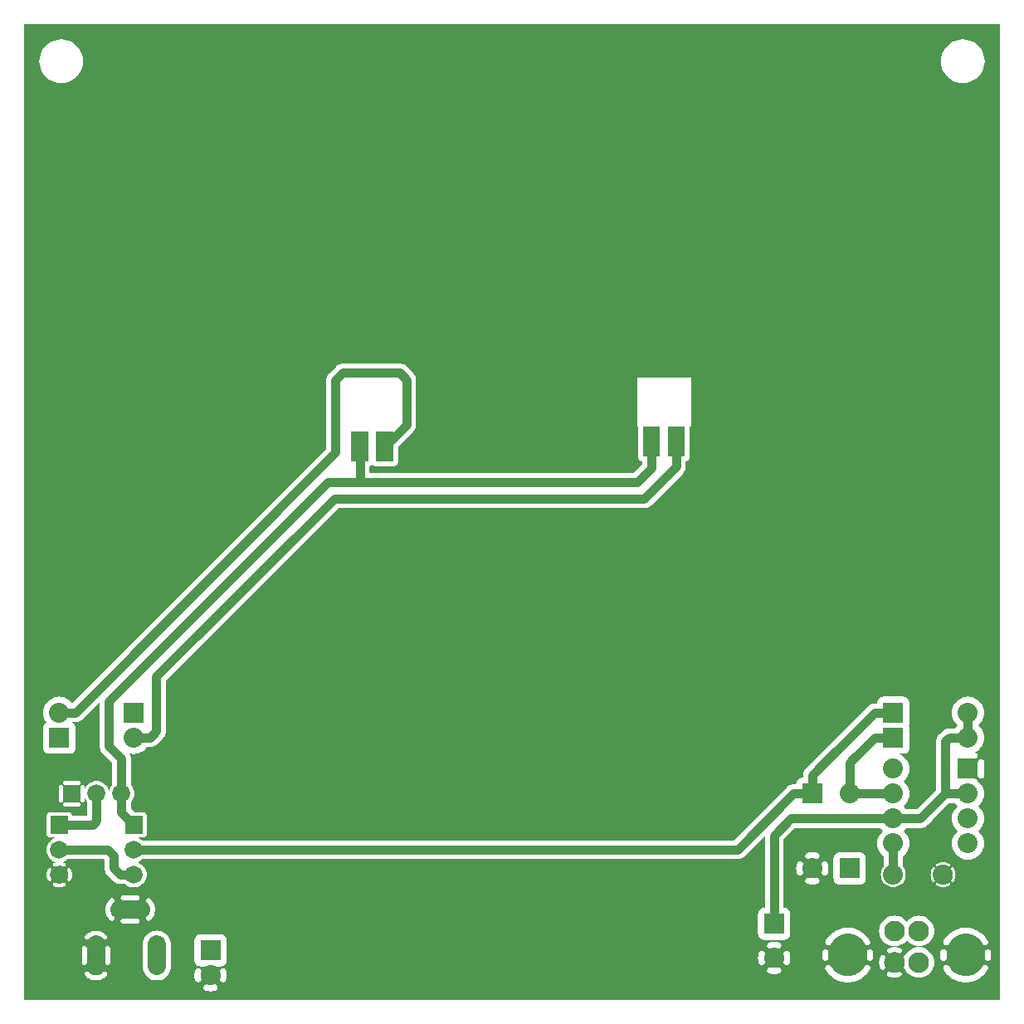
<source format=gbl>
G04 start of page 2 for group 8 layer_idx 1 *
G04 Title: (unknown), bottom_copper *
G04 Creator: pcb-rnd 3.1.5-dev *
G04 CreationDate: 2024-03-24 10:39:21 UTC *
G04 For: STEM4ukraine *
G04 Format: Gerber/RS-274X *
G04 PCB-Dimensions: 393701 393701 *
G04 PCB-Coordinate-Origin: lower left *
%MOIN*%
%FSLAX25Y25*%
%LNBOTTOM_COPPER_NONE_8*%
%ADD34C,0.0374*%
%ADD33C,0.1220*%
%ADD32C,0.1260*%
%ADD31C,0.0420*%
%ADD30C,0.0394*%
%ADD29C,0.0827*%
%ADD28C,0.1535*%
%ADD27C,0.0730*%
%ADD26C,0.0720*%
%ADD25C,0.0800*%
%ADD24C,0.0350*%
%ADD23C,0.0001*%
G54D23*G36*
X374191Y113241D02*X374725Y112368D01*
X375390Y111590D01*
X375846Y111201D01*
X375390Y110811D01*
X374725Y110033D01*
X374675Y109951D01*
X374153D01*
Y113332D01*
X374191Y113241D01*
G37*
G36*
Y70741D02*X374725Y69868D01*
X375390Y69090D01*
X375846Y68701D01*
X375390Y68311D01*
X374725Y67533D01*
X374191Y66661D01*
X374153Y66570D01*
Y70832D01*
X374191Y70741D01*
G37*
G36*
X374675Y79951D02*X374725Y79868D01*
X375390Y79090D01*
X375846Y78701D01*
X375390Y78311D01*
X374725Y77533D01*
X374191Y76661D01*
X374153Y76570D01*
Y79951D01*
X374675D01*
G37*
G36*
X392717Y984D02*X388022D01*
Y13216D01*
X388067Y13311D01*
X388120Y13502D01*
X388144Y13698D01*
X388136Y13896D01*
X388097Y14090D01*
X388029Y14276D01*
X388022Y14289D01*
Y16556D01*
X388218Y16572D01*
X388409Y16618D01*
X388591Y16693D01*
X388759Y16796D01*
X388908Y16923D01*
X389036Y17073D01*
X389139Y17241D01*
X389214Y17423D01*
X389260Y17614D01*
X389272Y17810D01*
Y19985D01*
X389260Y20181D01*
X389214Y20373D01*
X389139Y20554D01*
X389036Y20722D01*
X388908Y20872D01*
X388759Y21000D01*
X388591Y21102D01*
X388409Y21178D01*
X388218Y21224D01*
X388022Y21239D01*
Y23522D01*
X388022Y23523D01*
X388090Y23707D01*
X388128Y23900D01*
X388136Y24097D01*
X388113Y24292D01*
X388060Y24481D01*
X388022Y24560D01*
Y392717D01*
X392717D01*
Y984D01*
G37*
G36*
X387974Y24658D02*X387509Y25428D01*
X386969Y26148D01*
X386368Y26818D01*
X385710Y27432D01*
X385001Y27985D01*
X384245Y28474D01*
X383450Y28894D01*
X382620Y29243D01*
X381763Y29516D01*
X380885Y29714D01*
X379993Y29832D01*
X379094Y29872D01*
X378196Y29832D01*
X377304Y29714D01*
X376426Y29516D01*
X375569Y29243D01*
X374739Y28894D01*
X374153Y28584D01*
Y48439D01*
X374182Y48468D01*
X374228Y48531D01*
X374464Y48937D01*
X374657Y49365D01*
X374808Y49810D01*
X374918Y50267D01*
X374983Y50732D01*
X375006Y51201D01*
X374983Y51670D01*
X374918Y52135D01*
X374808Y52592D01*
X374657Y53036D01*
X374464Y53465D01*
X374232Y53873D01*
X374185Y53937D01*
X374153Y53969D01*
Y60832D01*
X374191Y60741D01*
X374725Y59868D01*
X375390Y59090D01*
X376168Y58426D01*
X377040Y57891D01*
X377985Y57500D01*
X378980Y57261D01*
X380000Y57181D01*
X381020Y57261D01*
X382015Y57500D01*
X382960Y57891D01*
X383832Y58426D01*
X384610Y59090D01*
X385275Y59868D01*
X385809Y60741D01*
X386201Y61686D01*
X386440Y62681D01*
X386500Y63701D01*
X386440Y64721D01*
X386201Y65716D01*
X385809Y66661D01*
X385275Y67533D01*
X384610Y68311D01*
X384154Y68701D01*
X384610Y69090D01*
X385275Y69868D01*
X385809Y70741D01*
X386201Y71686D01*
X386440Y72681D01*
X386500Y73701D01*
X386440Y74721D01*
X386201Y75716D01*
X385809Y76661D01*
X385275Y77533D01*
X384610Y78311D01*
X384154Y78701D01*
X384610Y79090D01*
X385275Y79868D01*
X385809Y80741D01*
X386201Y81686D01*
X386440Y82681D01*
X386500Y83701D01*
X386440Y84721D01*
X386201Y85716D01*
X385809Y86661D01*
X385275Y87533D01*
X384610Y88311D01*
X383915Y88905D01*
X383867Y89020D01*
X383764Y89188D01*
X383637Y89337D01*
X383487Y89465D01*
X383319Y89568D01*
X383137Y89643D01*
X382946Y89689D01*
X382750Y89701D01*
X384000D01*
Y90951D01*
X384012Y90755D01*
X384058Y90563D01*
X384133Y90382D01*
X384236Y90214D01*
X384363Y90064D01*
X384513Y89936D01*
X384681Y89834D01*
X384863Y89758D01*
X385054Y89712D01*
X385250Y89697D01*
X385446Y89712D01*
X385637Y89758D01*
X385819Y89834D01*
X385987Y89936D01*
X386137Y90064D01*
X386264Y90214D01*
X386367Y90382D01*
X386442Y90563D01*
X386488Y90755D01*
X386500Y90951D01*
Y96451D01*
X386488Y96647D01*
X386442Y96838D01*
X386367Y97020D01*
X386264Y97188D01*
X386137Y97337D01*
X385987Y97465D01*
X385819Y97568D01*
X385637Y97643D01*
X385446Y97689D01*
X385250Y97705D01*
X385054Y97689D01*
X384863Y97643D01*
X384681Y97568D01*
X384513Y97465D01*
X384363Y97337D01*
X384236Y97188D01*
X384133Y97020D01*
X384058Y96838D01*
X384012Y96647D01*
X384000Y96451D01*
Y97701D01*
X382750D01*
X382946Y97712D01*
X383137Y97758D01*
X383319Y97834D01*
X383487Y97936D01*
X383637Y98064D01*
X383764Y98214D01*
X383867Y98382D01*
X383942Y98563D01*
X383988Y98755D01*
X384004Y98951D01*
X383988Y99147D01*
X383942Y99338D01*
X383867Y99520D01*
X383764Y99688D01*
X383637Y99837D01*
X383487Y99965D01*
X383319Y100068D01*
X383137Y100143D01*
X382946Y100189D01*
X382750Y100201D01*
X382500D01*
X382960Y100391D01*
X383832Y100926D01*
X384610Y101590D01*
X385275Y102368D01*
X385809Y103241D01*
X386201Y104186D01*
X386440Y105181D01*
X386500Y106201D01*
X386440Y107221D01*
X386201Y108216D01*
X385809Y109161D01*
X385275Y110033D01*
X384610Y110811D01*
X384154Y111201D01*
X384610Y111590D01*
X385275Y112368D01*
X385809Y113241D01*
X386201Y114186D01*
X386440Y115181D01*
X386500Y116201D01*
X386440Y117221D01*
X386201Y118216D01*
X385809Y119161D01*
X385275Y120033D01*
X384610Y120811D01*
X383832Y121476D01*
X382960Y122010D01*
X382015Y122402D01*
X381020Y122641D01*
X380000Y122721D01*
X378980Y122641D01*
X377985Y122402D01*
X377040Y122010D01*
X376168Y121476D01*
X375390Y120811D01*
X374725Y120033D01*
X374191Y119161D01*
X374153Y119070D01*
Y370003D01*
X375225Y369558D01*
X376572Y369235D01*
X377953Y369126D01*
X379334Y369235D01*
X380680Y369558D01*
X381960Y370088D01*
X383141Y370812D01*
X384194Y371712D01*
X385093Y372765D01*
X385817Y373946D01*
X386347Y375225D01*
X386670Y376572D01*
X386752Y377953D01*
X386670Y379334D01*
X386347Y380680D01*
X385817Y381960D01*
X385093Y383141D01*
X384194Y384194D01*
X383141Y385093D01*
X381960Y385817D01*
X380680Y386347D01*
X379334Y386670D01*
X377953Y386779D01*
X376572Y386670D01*
X375225Y386347D01*
X374153Y385903D01*
Y392717D01*
X388022D01*
Y24560D01*
X387974Y24658D01*
G37*
G36*
X387932Y14449D02*X387809Y14604D01*
X387664Y14738D01*
X387500Y14848D01*
X387320Y14931D01*
X387129Y14985D01*
X386933Y15008D01*
X386735Y15001D01*
X386541Y14962D01*
X386355Y14893D01*
X386182Y14797D01*
X386027Y14674D01*
X385893Y14529D01*
X385786Y14362D01*
X385435Y13782D01*
X385029Y13240D01*
X384576Y12735D01*
X384080Y12272D01*
X383546Y11855D01*
X382976Y11487D01*
X382377Y11170D01*
X381752Y10908D01*
X381106Y10701D01*
X380444Y10553D01*
X379772Y10463D01*
X379094Y10433D01*
X378417Y10463D01*
X377745Y10553D01*
X377083Y10701D01*
X376437Y10908D01*
X375812Y11170D01*
X375213Y11487D01*
X374643Y11855D01*
X374153Y12238D01*
Y25557D01*
X374643Y25940D01*
X375213Y26308D01*
X375812Y26625D01*
X376437Y26888D01*
X377083Y27094D01*
X377745Y27243D01*
X378417Y27332D01*
X379094Y27362D01*
X379772Y27332D01*
X380444Y27243D01*
X381106Y27094D01*
X381752Y26888D01*
X382377Y26625D01*
X382976Y26308D01*
X383546Y25940D01*
X384080Y25523D01*
X384576Y25060D01*
X385029Y24556D01*
X385435Y24013D01*
X385793Y23437D01*
X385899Y23271D01*
X386032Y23127D01*
X386187Y23005D01*
X386358Y22909D01*
X386543Y22841D01*
X386736Y22802D01*
X386932Y22795D01*
X387128Y22818D01*
X387317Y22871D01*
X387496Y22953D01*
X387659Y23063D01*
X387804Y23196D01*
X387926Y23351D01*
X388022Y23522D01*
Y21239D01*
X387826Y21224D01*
X387634Y21178D01*
X387452Y21102D01*
X387285Y21000D01*
X387135Y20872D01*
X387007Y20722D01*
X386904Y20554D01*
X386829Y20373D01*
X386783Y20181D01*
X386772Y19985D01*
Y17810D01*
X386783Y17614D01*
X386829Y17423D01*
X386904Y17241D01*
X387007Y17073D01*
X387135Y16923D01*
X387285Y16796D01*
X387452Y16693D01*
X387634Y16618D01*
X387826Y16572D01*
X388022Y16556D01*
Y14289D01*
X387932Y14449D01*
G37*
G36*
X374153Y984D02*Y9211D01*
X374739Y8901D01*
X375569Y8553D01*
X376426Y8279D01*
X377304Y8082D01*
X378196Y7963D01*
X379094Y7923D01*
X379993Y7963D01*
X380885Y8082D01*
X381763Y8279D01*
X382620Y8553D01*
X383450Y8901D01*
X384245Y9321D01*
X385001Y9810D01*
X385710Y10364D01*
X386368Y10978D01*
X386969Y11647D01*
X387509Y12367D01*
X387982Y13132D01*
X388022Y13216D01*
Y984D01*
X374153D01*
G37*
G36*
X373946Y385817D02*X372765Y385093D01*
X371712Y384194D01*
X370812Y383141D01*
X370088Y381960D01*
X370002Y381752D01*
Y392717D01*
X374153D01*
Y385903D01*
X373946Y385817D01*
G37*
G36*
X373799Y118216D02*X373560Y117221D01*
X373480Y116201D01*
X373560Y115181D01*
X373799Y114186D01*
X374153Y113332D01*
Y109951D01*
X372647D01*
X372500Y109962D01*
X371912Y109916D01*
X371338Y109778D01*
X370792Y109552D01*
X370289Y109244D01*
X370289Y109244D01*
X370002Y108999D01*
Y374154D01*
X370088Y373946D01*
X370812Y372765D01*
X371712Y371712D01*
X372765Y370812D01*
X373946Y370088D01*
X374153Y370003D01*
Y119070D01*
X373799Y118216D01*
G37*
G36*
X370002Y984D02*Y16569D01*
X370167Y16556D01*
X370363Y16572D01*
X370555Y16618D01*
X370737Y16693D01*
X370904Y16796D01*
X371054Y16923D01*
X371182Y17073D01*
X371285Y17241D01*
X371360Y17423D01*
X371406Y17614D01*
X371417Y17810D01*
Y19985D01*
X371406Y20181D01*
X371360Y20373D01*
X371285Y20554D01*
X371182Y20722D01*
X371054Y20872D01*
X370904Y21000D01*
X370737Y21102D01*
X370555Y21178D01*
X370363Y21224D01*
X370167Y21239D01*
X370002Y21226D01*
Y46195D01*
X370469Y46217D01*
X370934Y46283D01*
X371391Y46392D01*
X371835Y46544D01*
X372264Y46736D01*
X372672Y46968D01*
X372736Y47015D01*
X372792Y47072D01*
X372837Y47137D01*
X372872Y47208D01*
X372896Y47284D01*
X372907Y47363D01*
X372906Y47442D01*
X372893Y47520D01*
X372867Y47596D01*
X372830Y47666D01*
X372783Y47729D01*
X372726Y47785D01*
X372661Y47831D01*
X372590Y47866D01*
X372514Y47889D01*
X372435Y47901D01*
X372356Y47900D01*
X372278Y47886D01*
X372203Y47861D01*
X372133Y47822D01*
X371809Y47633D01*
X371467Y47479D01*
X371112Y47358D01*
X370746Y47271D01*
X370375Y47218D01*
X370002Y47201D01*
Y55201D01*
X370375Y55183D01*
X370746Y55131D01*
X371112Y55043D01*
X371467Y54922D01*
X371809Y54768D01*
X372135Y54583D01*
X372204Y54545D01*
X372279Y54520D01*
X372356Y54506D01*
X372435Y54505D01*
X372513Y54517D01*
X372588Y54540D01*
X372659Y54575D01*
X372723Y54620D01*
X372779Y54675D01*
X372827Y54738D01*
X372863Y54808D01*
X372888Y54882D01*
X372902Y54960D01*
X372903Y55038D01*
X372892Y55116D01*
X372868Y55192D01*
X372834Y55262D01*
X372788Y55326D01*
X372733Y55383D01*
X372669Y55429D01*
X372264Y55665D01*
X371835Y55858D01*
X371391Y56009D01*
X370934Y56118D01*
X370469Y56184D01*
X370002Y56206D01*
Y77400D01*
X372553Y79951D01*
X374153D01*
Y76570D01*
X373799Y75716D01*
X373560Y74721D01*
X373480Y73701D01*
X373560Y72681D01*
X373799Y71686D01*
X374153Y70832D01*
Y66570D01*
X373799Y65716D01*
X373560Y64721D01*
X373480Y63701D01*
X373560Y62681D01*
X373799Y61686D01*
X374153Y60832D01*
Y53969D01*
X374128Y53992D01*
X374064Y54038D01*
X373992Y54073D01*
X373917Y54097D01*
X373838Y54108D01*
X373759Y54107D01*
X373680Y54094D01*
X373605Y54068D01*
X373535Y54031D01*
X373471Y53984D01*
X373416Y53927D01*
X373370Y53862D01*
X373335Y53791D01*
X373312Y53715D01*
X373300Y53636D01*
X373301Y53557D01*
X373315Y53479D01*
X373340Y53403D01*
X373379Y53334D01*
X373568Y53010D01*
X373721Y52668D01*
X373842Y52312D01*
X373930Y51947D01*
X373982Y51576D01*
X374000Y51201D01*
X373982Y50826D01*
X373930Y50454D01*
X373842Y50089D01*
X373721Y49734D01*
X373568Y49392D01*
X373382Y49065D01*
X373344Y48996D01*
X373319Y48922D01*
X373306Y48844D01*
X373305Y48766D01*
X373316Y48688D01*
X373339Y48613D01*
X373374Y48542D01*
X373419Y48478D01*
X373474Y48421D01*
X373537Y48374D01*
X373607Y48338D01*
X373681Y48312D01*
X373759Y48299D01*
X373838Y48298D01*
X373916Y48309D01*
X373991Y48332D01*
X374061Y48367D01*
X374126Y48413D01*
X374153Y48439D01*
Y28584D01*
X373944Y28474D01*
X373188Y27985D01*
X372479Y27432D01*
X371821Y26818D01*
X371220Y26148D01*
X370680Y25428D01*
X370207Y24663D01*
X370122Y24484D01*
X370069Y24294D01*
X370045Y24097D01*
X370053Y23899D01*
X370092Y23705D01*
X370160Y23519D01*
X370257Y23347D01*
X370379Y23191D01*
X370525Y23057D01*
X370689Y22947D01*
X370869Y22864D01*
X371060Y22810D01*
X371256Y22787D01*
X371454Y22795D01*
X371648Y22833D01*
X371834Y22902D01*
X372007Y22999D01*
X372162Y23121D01*
X372296Y23266D01*
X372403Y23433D01*
X372754Y24013D01*
X373160Y24556D01*
X373613Y25060D01*
X374109Y25523D01*
X374153Y25557D01*
Y12238D01*
X374109Y12272D01*
X373613Y12735D01*
X373160Y13240D01*
X372754Y13782D01*
X372396Y14359D01*
X372290Y14524D01*
X372157Y14669D01*
X372002Y14790D01*
X371831Y14887D01*
X371646Y14955D01*
X371453Y14993D01*
X371256Y15001D01*
X371061Y14978D01*
X370872Y14924D01*
X370693Y14842D01*
X370529Y14733D01*
X370385Y14599D01*
X370263Y14444D01*
X370167Y14273D01*
X370099Y14088D01*
X370061Y13895D01*
X370053Y13699D01*
X370076Y13503D01*
X370129Y13314D01*
X370215Y13137D01*
X370680Y12367D01*
X371220Y11647D01*
X371821Y10978D01*
X372479Y10364D01*
X373188Y9810D01*
X373944Y9321D01*
X374153Y9211D01*
Y984D01*
X370002D01*
G37*
G36*
X369840Y108861D02*X369744Y108749D01*
X368452Y107456D01*
X368340Y107361D01*
X367957Y106912D01*
X367648Y106409D01*
X367423Y105863D01*
X367285Y105289D01*
X367285Y105289D01*
X367238Y104701D01*
X367250Y104554D01*
Y85254D01*
X359447Y77451D01*
X355325D01*
X355275Y77533D01*
X354610Y78311D01*
X354154Y78701D01*
X354610Y79090D01*
X355275Y79868D01*
X355809Y80741D01*
X356201Y81686D01*
X356440Y82681D01*
X356500Y83701D01*
X356440Y84721D01*
X356201Y85716D01*
X355809Y86661D01*
X355275Y87533D01*
X354610Y88311D01*
X354154Y88701D01*
X354610Y89090D01*
X355275Y89868D01*
X355809Y90741D01*
X356201Y91686D01*
X356440Y92681D01*
X356500Y93701D01*
X356440Y94721D01*
X356201Y95716D01*
X355809Y96661D01*
X355275Y97533D01*
X354610Y98311D01*
X353832Y98976D01*
X352960Y99510D01*
X352500Y99701D01*
X353902D01*
X354000Y99693D01*
X354392Y99724D01*
X354392Y99724D01*
X354775Y99816D01*
X355138Y99966D01*
X355474Y100172D01*
X355773Y100428D01*
X356029Y100727D01*
X356234Y101062D01*
X356385Y101426D01*
X356477Y101808D01*
X356508Y102201D01*
X356500Y102299D01*
Y110103D01*
X356508Y110201D01*
X356477Y110593D01*
X356477Y110593D01*
X356385Y110976D01*
X356292Y111201D01*
X356385Y111426D01*
X356477Y111808D01*
X356508Y112201D01*
X356500Y112299D01*
Y120103D01*
X356508Y120201D01*
X356477Y120593D01*
X356477Y120593D01*
X356385Y120976D01*
X356234Y121339D01*
X356029Y121675D01*
X355773Y121974D01*
X355474Y122230D01*
X355138Y122435D01*
X354775Y122586D01*
X354392Y122678D01*
X354000Y122708D01*
X353902Y122701D01*
X346098D01*
X346000Y122708D01*
X345608Y122678D01*
X345608Y122678D01*
X345225Y122586D01*
X344862Y122435D01*
X344526Y122230D01*
X344227Y121974D01*
X343971Y121675D01*
X343766Y121339D01*
X343615Y120976D01*
X343523Y120593D01*
X343492Y120201D01*
X343500Y120103D01*
Y119951D01*
X342647D01*
X342500Y119962D01*
X341912Y119916D01*
X341338Y119778D01*
X340792Y119552D01*
X340289Y119244D01*
X340289Y119244D01*
X339840Y118861D01*
X339744Y118749D01*
X314952Y93956D01*
X314840Y93861D01*
X314457Y93412D01*
X314148Y92909D01*
X313923Y92363D01*
X313785Y91789D01*
X313785Y91789D01*
X313738Y91201D01*
X313750Y91054D01*
Y90201D01*
X313598D01*
X313500Y90208D01*
X313108Y90178D01*
X313108Y90178D01*
X312725Y90086D01*
X312362Y89935D01*
X312026Y89730D01*
X311727Y89474D01*
X311471Y89175D01*
X311266Y88839D01*
X311115Y88476D01*
X311023Y88093D01*
X310992Y87701D01*
X311000Y87603D01*
Y87451D01*
X310147D01*
X310000Y87462D01*
X309412Y87416D01*
X308838Y87278D01*
X308292Y87052D01*
X307789Y86744D01*
X307789Y86744D01*
X307340Y86361D01*
X307244Y86249D01*
X285947Y64951D01*
X197490D01*
Y198451D01*
X249853D01*
X250000Y198439D01*
X250588Y198486D01*
X250588Y198486D01*
X251162Y198623D01*
X251708Y198849D01*
X252211Y199158D01*
X252660Y199541D01*
X252756Y199653D01*
X265422Y212319D01*
X265534Y212415D01*
X265917Y212864D01*
X265917Y212864D01*
X266226Y213367D01*
X266451Y213912D01*
X266589Y214486D01*
X266636Y215075D01*
X266624Y215222D01*
Y217273D01*
X266919Y217344D01*
X267210Y217464D01*
X267478Y217629D01*
X267718Y217833D01*
X267922Y218073D01*
X268087Y218341D01*
X268207Y218632D01*
X268281Y218938D01*
X268305Y219252D01*
X268299Y219330D01*
Y230985D01*
X268305Y231063D01*
X268287Y231299D01*
X268701D01*
Y250984D01*
X247047D01*
Y231299D01*
X247422D01*
X247403Y231063D01*
X247409Y230985D01*
Y219330D01*
X247403Y219252D01*
X247428Y218938D01*
X247501Y218632D01*
X247622Y218341D01*
X247786Y218073D01*
X247991Y217833D01*
X248230Y217629D01*
X248499Y217464D01*
X248790Y217344D01*
X249096Y217270D01*
X249124Y217268D01*
Y216065D01*
X245510Y212451D01*
X197490D01*
Y392717D01*
X370002D01*
Y381752D01*
X369558Y380680D01*
X369235Y379334D01*
X369126Y377953D01*
X369235Y376572D01*
X369558Y375225D01*
X370002Y374154D01*
Y108999D01*
X369840Y108861D01*
G37*
G36*
X365847Y984D02*Y13272D01*
X366167Y14044D01*
X366392Y14982D01*
X366449Y15945D01*
X366392Y16907D01*
X366167Y17846D01*
X365847Y18617D01*
Y25871D01*
X366167Y26642D01*
X366392Y27581D01*
X366449Y28543D01*
X366392Y29506D01*
X366167Y30445D01*
X365847Y31216D01*
Y48433D01*
X365872Y48409D01*
X365936Y48363D01*
X366008Y48328D01*
X366083Y48305D01*
X366162Y48293D01*
X366241Y48295D01*
X366320Y48308D01*
X366395Y48334D01*
X366465Y48371D01*
X366529Y48418D01*
X366584Y48475D01*
X366630Y48540D01*
X366665Y48611D01*
X366688Y48687D01*
X366700Y48765D01*
X366699Y48845D01*
X366685Y48923D01*
X366660Y48998D01*
X366621Y49068D01*
X366432Y49392D01*
X366279Y49734D01*
X366158Y50089D01*
X366070Y50454D01*
X366018Y50826D01*
X366000Y51201D01*
X366018Y51576D01*
X366070Y51947D01*
X366158Y52312D01*
X366279Y52668D01*
X366432Y53010D01*
X366618Y53336D01*
X366656Y53405D01*
X366681Y53480D01*
X366694Y53557D01*
X366695Y53636D01*
X366684Y53714D01*
X366661Y53789D01*
X366626Y53860D01*
X366581Y53924D01*
X366526Y53980D01*
X366463Y54027D01*
X366393Y54064D01*
X366319Y54089D01*
X366241Y54103D01*
X366162Y54104D01*
X366084Y54092D01*
X366009Y54069D01*
X365939Y54034D01*
X365874Y53989D01*
X365847Y53962D01*
Y73245D01*
X370002Y77400D01*
Y56206D01*
X370000Y56206D01*
X369531Y56184D01*
X369066Y56118D01*
X368609Y56009D01*
X368165Y55858D01*
X367736Y55665D01*
X367328Y55433D01*
X367264Y55386D01*
X367208Y55329D01*
X367163Y55264D01*
X367128Y55193D01*
X367104Y55117D01*
X367093Y55039D01*
X367094Y54959D01*
X367107Y54881D01*
X367133Y54806D01*
X367170Y54736D01*
X367217Y54672D01*
X367274Y54617D01*
X367339Y54571D01*
X367410Y54536D01*
X367486Y54512D01*
X367565Y54501D01*
X367644Y54502D01*
X367722Y54515D01*
X367797Y54541D01*
X367867Y54579D01*
X368191Y54768D01*
X368533Y54922D01*
X368888Y55043D01*
X369254Y55131D01*
X369625Y55183D01*
X370000Y55201D01*
X370002Y55201D01*
Y47201D01*
X370000Y47201D01*
X369625Y47218D01*
X369254Y47271D01*
X368888Y47358D01*
X368533Y47479D01*
X368191Y47633D01*
X367864Y47819D01*
X367796Y47856D01*
X367721Y47882D01*
X367644Y47895D01*
X367565Y47896D01*
X367487Y47885D01*
X367412Y47862D01*
X367341Y47827D01*
X367277Y47781D01*
X367221Y47727D01*
X367173Y47664D01*
X367137Y47594D01*
X367112Y47519D01*
X367098Y47442D01*
X367097Y47363D01*
X367108Y47285D01*
X367132Y47210D01*
X367166Y47139D01*
X367212Y47075D01*
X367267Y47019D01*
X367331Y46973D01*
X367736Y46736D01*
X368165Y46544D01*
X368609Y46392D01*
X369066Y46283D01*
X369531Y46217D01*
X370000Y46195D01*
X370002Y46195D01*
Y21226D01*
X369971Y21224D01*
X369780Y21178D01*
X369598Y21102D01*
X369430Y21000D01*
X369281Y20872D01*
X369153Y20722D01*
X369050Y20554D01*
X368975Y20373D01*
X368929Y20181D01*
X368917Y19985D01*
Y17810D01*
X368929Y17614D01*
X368975Y17423D01*
X369050Y17241D01*
X369153Y17073D01*
X369281Y16923D01*
X369430Y16796D01*
X369598Y16693D01*
X369780Y16618D01*
X369971Y16572D01*
X370002Y16569D01*
Y984D01*
X365847D01*
G37*
G36*
X350785Y46247D02*X351550Y46431D01*
X352277Y46732D01*
X352948Y47143D01*
X353546Y47654D01*
X354058Y48253D01*
X354469Y48924D01*
X354770Y49651D01*
X354954Y50416D01*
X355000Y51201D01*
X354954Y51985D01*
X354770Y52751D01*
X354469Y53478D01*
X354058Y54149D01*
X353750Y54509D01*
Y58375D01*
X353832Y58426D01*
X354610Y59090D01*
X355275Y59868D01*
X355809Y60741D01*
X356201Y61686D01*
X356440Y62681D01*
X356500Y63701D01*
X356440Y64721D01*
X356201Y65716D01*
X355809Y66661D01*
X355275Y67533D01*
X354610Y68311D01*
X354154Y68701D01*
X354610Y69090D01*
X355275Y69868D01*
X355325Y69951D01*
X360853D01*
X361000Y69939D01*
X361588Y69986D01*
X361588Y69986D01*
X362162Y70123D01*
X362708Y70349D01*
X363211Y70658D01*
X363660Y71041D01*
X363756Y71153D01*
X365847Y73245D01*
Y53962D01*
X365818Y53934D01*
X365772Y53870D01*
X365536Y53465D01*
X365343Y53036D01*
X365192Y52592D01*
X365082Y52135D01*
X365017Y51670D01*
X364994Y51201D01*
X365017Y50732D01*
X365082Y50267D01*
X365192Y49810D01*
X365343Y49365D01*
X365536Y48937D01*
X365768Y48528D01*
X365815Y48465D01*
X365847Y48433D01*
Y31216D01*
X365797Y31337D01*
X365293Y32160D01*
X364666Y32894D01*
X363931Y33521D01*
X363108Y34025D01*
X362216Y34395D01*
X361277Y34620D01*
X360315Y34696D01*
X359352Y34620D01*
X358414Y34395D01*
X357522Y34025D01*
X356698Y33521D01*
X355964Y32894D01*
X355394Y32226D01*
X354823Y32894D01*
X354089Y33521D01*
X353266Y34025D01*
X352374Y34395D01*
X351435Y34620D01*
X350474Y34696D01*
Y46223D01*
X350785Y46247D01*
G37*
G36*
X350474Y984D02*Y9811D01*
X350742D01*
X351280Y9858D01*
X351812Y9953D01*
X352333Y10094D01*
X352840Y10280D01*
X352981Y10351D01*
X353108Y10444D01*
X353220Y10556D01*
X353312Y10684D01*
X353384Y10826D01*
X353432Y10976D01*
X353456Y11132D01*
X353456Y11290D01*
X353430Y11446D01*
X353381Y11596D01*
X353309Y11737D01*
X353216Y11864D01*
X353104Y11976D01*
X352975Y12068D01*
X352834Y12140D01*
X352684Y12188D01*
X352528Y12212D01*
X352370Y12212D01*
X352214Y12187D01*
X352065Y12134D01*
X351725Y12005D01*
X351374Y11911D01*
X351016Y11847D01*
X350654Y11815D01*
X350474D01*
Y20075D01*
X350654D01*
X351016Y20043D01*
X351374Y19979D01*
X351725Y19884D01*
X352066Y19759D01*
X352215Y19707D01*
X352370Y19682D01*
X352527Y19682D01*
X352683Y19706D01*
X352833Y19754D01*
X352973Y19825D01*
X353101Y19917D01*
X353213Y20028D01*
X353306Y20155D01*
X353377Y20295D01*
X353427Y20445D01*
X353452Y20600D01*
X353452Y20757D01*
X353428Y20913D01*
X353380Y21063D01*
X353309Y21203D01*
X353217Y21331D01*
X353106Y21442D01*
X352979Y21535D01*
X352837Y21604D01*
X352333Y21796D01*
X351812Y21937D01*
X351280Y22031D01*
X350742Y22079D01*
X350474D01*
Y22391D01*
X351435Y22466D01*
X352374Y22692D01*
X353266Y23061D01*
X354089Y23566D01*
X354823Y24193D01*
X355394Y24861D01*
X355964Y24193D01*
X356698Y23566D01*
X357522Y23061D01*
X358414Y22692D01*
X359352Y22466D01*
X360315Y22391D01*
X361277Y22466D01*
X362216Y22692D01*
X363108Y23061D01*
X363931Y23566D01*
X364666Y24193D01*
X365293Y24927D01*
X365797Y25750D01*
X365847Y25871D01*
Y18617D01*
X365797Y18738D01*
X365293Y19561D01*
X364666Y20296D01*
X363931Y20923D01*
X363108Y21427D01*
X362216Y21797D01*
X361277Y22022D01*
X360315Y22098D01*
X359352Y22022D01*
X358414Y21797D01*
X357522Y21427D01*
X356698Y20923D01*
X355964Y20296D01*
X355337Y19561D01*
X354924Y18887D01*
X354821Y18854D01*
X354680Y18781D01*
X354553Y18688D01*
X354441Y18576D01*
X354349Y18448D01*
X354278Y18307D01*
X354229Y18156D01*
X354205Y18000D01*
X354206Y17842D01*
X354231Y17686D01*
X354283Y17537D01*
X354348Y17366D01*
X354238Y16907D01*
X354162Y15945D01*
X354238Y14982D01*
X354349Y14520D01*
X354287Y14351D01*
X354235Y14203D01*
X354210Y14047D01*
X354209Y13890D01*
X354233Y13734D01*
X354281Y13584D01*
X354352Y13444D01*
X354445Y13316D01*
X354556Y13205D01*
X354683Y13112D01*
X354823Y13040D01*
X354921Y13008D01*
X355337Y12328D01*
X355964Y11594D01*
X356698Y10967D01*
X357522Y10463D01*
X358414Y10093D01*
X359352Y9868D01*
X360315Y9792D01*
X361277Y9868D01*
X362216Y10093D01*
X363108Y10463D01*
X363931Y10967D01*
X364666Y11594D01*
X365293Y12328D01*
X365797Y13152D01*
X365847Y13272D01*
Y984D01*
X350474D01*
G37*
G36*
X345942Y48253D02*X346454Y47654D01*
X347052Y47143D01*
X347723Y46732D01*
X348450Y46431D01*
X349215Y46247D01*
X350000Y46185D01*
X350474Y46223D01*
Y34696D01*
X350472Y34696D01*
X349510Y34620D01*
X348571Y34395D01*
X347679Y34025D01*
X346856Y33521D01*
X346122Y32894D01*
X345539Y32212D01*
Y48911D01*
X345942Y48253D01*
G37*
G36*
X346168Y58426D02*X346250Y58375D01*
Y54509D01*
X345942Y54149D01*
X345539Y53491D01*
Y58963D01*
X346168Y58426D01*
G37*
G36*
X345846Y68701D02*X345539Y68439D01*
Y68963D01*
X345846Y68701D01*
G37*
G36*
X345539Y984D02*Y12980D01*
X345660Y12961D01*
X345818Y12962D01*
X345974Y12987D01*
X346124Y13036D01*
X346264Y13108D01*
X346392Y13202D01*
X346503Y13314D01*
X346596Y13442D01*
X346667Y13583D01*
X346716Y13733D01*
X346740Y13890D01*
X346739Y14048D01*
X346714Y14204D01*
X346662Y14353D01*
X346533Y14692D01*
X346438Y15043D01*
X346375Y15401D01*
X346343Y15763D01*
Y16127D01*
X346375Y16489D01*
X346438Y16847D01*
X346533Y17198D01*
X346658Y17539D01*
X346710Y17687D01*
X346735Y17843D01*
X346736Y18000D01*
X346712Y18155D01*
X346663Y18305D01*
X346592Y18446D01*
X346500Y18573D01*
X346389Y18685D01*
X346262Y18778D01*
X346122Y18850D01*
X345973Y18899D01*
X345817Y18924D01*
X345660Y18925D01*
X345539Y18906D01*
Y24875D01*
X346122Y24193D01*
X346856Y23566D01*
X347679Y23061D01*
X348571Y22692D01*
X349510Y22466D01*
X350472Y22391D01*
X350474Y22391D01*
Y22079D01*
X350202D01*
X349665Y22031D01*
X349133Y21937D01*
X348612Y21796D01*
X348105Y21610D01*
X347964Y21539D01*
X347837Y21446D01*
X347725Y21333D01*
X347633Y21205D01*
X347561Y21064D01*
X347513Y20914D01*
X347489Y20758D01*
X347489Y20600D01*
X347514Y20444D01*
X347564Y20293D01*
X347636Y20153D01*
X347729Y20025D01*
X347841Y19914D01*
X347969Y19821D01*
X348110Y19750D01*
X348261Y19702D01*
X348417Y19678D01*
X348575Y19678D01*
X348731Y19703D01*
X348880Y19755D01*
X349220Y19884D01*
X349571Y19979D01*
X349929Y20043D01*
X350291Y20075D01*
X350474D01*
Y11815D01*
X350291D01*
X349929Y11847D01*
X349571Y11911D01*
X349220Y12005D01*
X348879Y12131D01*
X348730Y12183D01*
X348575Y12208D01*
X348417Y12208D01*
X348262Y12184D01*
X348112Y12136D01*
X347972Y12065D01*
X347844Y11973D01*
X347732Y11862D01*
X347639Y11735D01*
X347567Y11595D01*
X347518Y11445D01*
X347493Y11290D01*
X347493Y11132D01*
X347517Y10977D01*
X347565Y10827D01*
X347636Y10687D01*
X347728Y10559D01*
X347839Y10447D01*
X347966Y10354D01*
X348107Y10285D01*
X348612Y10094D01*
X349133Y9953D01*
X349665Y9858D01*
X350202Y9811D01*
X350474D01*
Y984D01*
X345539D01*
G37*
G36*
X340620D02*Y13216D01*
X340665Y13311D01*
X340719Y13502D01*
X340742Y13698D01*
X340734Y13896D01*
X340696Y14090D01*
X340627Y14276D01*
X340620Y14289D01*
Y16556D01*
X340816Y16572D01*
X341008Y16618D01*
X341189Y16693D01*
X341357Y16796D01*
X341507Y16923D01*
X341634Y17073D01*
X341737Y17241D01*
X341813Y17423D01*
X341858Y17614D01*
X341870Y17810D01*
Y19985D01*
X341858Y20181D01*
X341813Y20373D01*
X341737Y20554D01*
X341634Y20722D01*
X341507Y20872D01*
X341357Y21000D01*
X341189Y21102D01*
X341008Y21178D01*
X340816Y21224D01*
X340620Y21239D01*
Y23522D01*
X340620Y23523D01*
X340688Y23707D01*
X340727Y23900D01*
X340735Y24097D01*
X340711Y24292D01*
X340658Y24481D01*
X340620Y24560D01*
Y69951D01*
X344675D01*
X344725Y69868D01*
X345390Y69090D01*
X345539Y68963D01*
Y68439D01*
X345390Y68311D01*
X344725Y67533D01*
X344191Y66661D01*
X343799Y65716D01*
X343560Y64721D01*
X343480Y63701D01*
X343560Y62681D01*
X343799Y61686D01*
X344191Y60741D01*
X344725Y59868D01*
X345390Y59090D01*
X345539Y58963D01*
Y53491D01*
X345531Y53478D01*
X345230Y52751D01*
X345046Y51985D01*
X344985Y51201D01*
X345046Y50416D01*
X345230Y49651D01*
X345531Y48924D01*
X345539Y48911D01*
Y32212D01*
X345495Y32160D01*
X344990Y31337D01*
X344621Y30445D01*
X344395Y29506D01*
X344320Y28543D01*
X344395Y27581D01*
X344621Y26642D01*
X344990Y25750D01*
X345495Y24927D01*
X345539Y24875D01*
Y18906D01*
X345504Y18900D01*
X345355Y18852D01*
X345214Y18781D01*
X345086Y18689D01*
X344975Y18578D01*
X344882Y18451D01*
X344813Y18310D01*
X344621Y17805D01*
X344481Y17284D01*
X344386Y16753D01*
X344339Y16215D01*
Y15675D01*
X344386Y15137D01*
X344481Y14606D01*
X344621Y14084D01*
X344807Y13578D01*
X344879Y13437D01*
X344972Y13309D01*
X345084Y13198D01*
X345212Y13105D01*
X345353Y13034D01*
X345504Y12985D01*
X345539Y12980D01*
Y984D01*
X340620D01*
G37*
G36*
X340572Y24658D02*X340107Y25428D01*
X339567Y26148D01*
X338966Y26818D01*
X338309Y27432D01*
X337599Y27985D01*
X336844Y28474D01*
X336048Y28894D01*
X335219Y29243D01*
X334362Y29516D01*
X333484Y29714D01*
X332592Y29832D01*
X332500Y29836D01*
Y47201D01*
X336402D01*
X336500Y47193D01*
X336892Y47224D01*
X336892Y47224D01*
X337275Y47316D01*
X337638Y47466D01*
X337974Y47672D01*
X338273Y47928D01*
X338529Y48227D01*
X338734Y48562D01*
X338885Y48926D01*
X338977Y49308D01*
X339008Y49701D01*
X339000Y49799D01*
Y57603D01*
X339008Y57701D01*
X338977Y58093D01*
X338977Y58093D01*
X338885Y58476D01*
X338734Y58839D01*
X338529Y59175D01*
X338273Y59474D01*
X337974Y59730D01*
X337638Y59935D01*
X337275Y60086D01*
X336892Y60178D01*
X336500Y60208D01*
X336402Y60201D01*
X332500D01*
Y69951D01*
X340620D01*
Y24560D01*
X340572Y24658D01*
G37*
G36*
X340530Y14449D02*X340408Y14604D01*
X340263Y14738D01*
X340098Y14848D01*
X339918Y14931D01*
X339728Y14985D01*
X339531Y15008D01*
X339333Y15001D01*
X339139Y14962D01*
X338954Y14893D01*
X338781Y14797D01*
X338625Y14674D01*
X338491Y14529D01*
X338384Y14362D01*
X338034Y13782D01*
X337627Y13240D01*
X337174Y12735D01*
X336679Y12272D01*
X336144Y11855D01*
X335575Y11487D01*
X334975Y11170D01*
X334350Y10908D01*
X333704Y10701D01*
X333042Y10553D01*
X332500Y10480D01*
Y27315D01*
X333042Y27243D01*
X333704Y27094D01*
X334350Y26888D01*
X334975Y26625D01*
X335575Y26308D01*
X336144Y25940D01*
X336679Y25523D01*
X337174Y25060D01*
X337627Y24556D01*
X338034Y24013D01*
X338391Y23437D01*
X338497Y23271D01*
X338631Y23127D01*
X338785Y23005D01*
X338957Y22909D01*
X339141Y22841D01*
X339334Y22802D01*
X339531Y22795D01*
X339726Y22818D01*
X339916Y22871D01*
X340094Y22953D01*
X340258Y23063D01*
X340402Y23196D01*
X340524Y23351D01*
X340620Y23522D01*
Y21239D01*
X340424Y21224D01*
X340233Y21178D01*
X340051Y21102D01*
X339883Y21000D01*
X339733Y20872D01*
X339606Y20722D01*
X339503Y20554D01*
X339428Y20373D01*
X339382Y20181D01*
X339370Y19985D01*
Y17810D01*
X339382Y17614D01*
X339428Y17423D01*
X339503Y17241D01*
X339606Y17073D01*
X339733Y16923D01*
X339883Y16796D01*
X340051Y16693D01*
X340233Y16618D01*
X340424Y16572D01*
X340620Y16556D01*
Y14289D01*
X340530Y14449D01*
G37*
G36*
X332500Y984D02*Y7959D01*
X332592Y7963D01*
X333484Y8082D01*
X334362Y8279D01*
X335219Y8553D01*
X336048Y8901D01*
X336844Y9321D01*
X337599Y9810D01*
X338309Y10364D01*
X338966Y10978D01*
X339567Y11647D01*
X340107Y12367D01*
X340581Y13132D01*
X340620Y13216D01*
Y984D01*
X332500D01*
G37*
G36*
X322622D02*Y16568D01*
X322766Y16556D01*
X322962Y16572D01*
X323153Y16618D01*
X323335Y16693D01*
X323503Y16796D01*
X323652Y16923D01*
X323780Y17073D01*
X323883Y17241D01*
X323958Y17423D01*
X324004Y17614D01*
X324016Y17810D01*
Y19985D01*
X324004Y20181D01*
X323958Y20373D01*
X323883Y20554D01*
X323780Y20722D01*
X323652Y20872D01*
X323503Y21000D01*
X323335Y21102D01*
X323153Y21178D01*
X322962Y21224D01*
X322766Y21239D01*
X322622Y21228D01*
Y50859D01*
X322703Y50866D01*
X322894Y50913D01*
X323076Y50989D01*
X323243Y51092D01*
X323392Y51221D01*
X323519Y51371D01*
X323621Y51539D01*
X323692Y51723D01*
X323848Y52275D01*
X323949Y52841D01*
X324000Y53413D01*
Y53988D01*
X323949Y54560D01*
X323848Y55126D01*
X323698Y55681D01*
X323625Y55864D01*
X323522Y56033D01*
X323395Y56183D01*
X323245Y56312D01*
X323078Y56416D01*
X322896Y56493D01*
X322704Y56540D01*
X322622Y56547D01*
Y69951D01*
X332500D01*
Y60201D01*
X328598D01*
X328500Y60208D01*
X328108Y60178D01*
X328108Y60178D01*
X327725Y60086D01*
X327362Y59935D01*
X327026Y59730D01*
X326727Y59474D01*
X326471Y59175D01*
X326266Y58839D01*
X326115Y58476D01*
X326023Y58093D01*
X325992Y57701D01*
X326000Y57603D01*
Y49799D01*
X325992Y49701D01*
X326023Y49309D01*
X326023Y49308D01*
X326115Y48926D01*
X326266Y48562D01*
X326471Y48227D01*
X326727Y47928D01*
X327026Y47672D01*
X327362Y47466D01*
X327725Y47316D01*
X328108Y47224D01*
X328500Y47193D01*
X328598Y47201D01*
X332500D01*
Y29836D01*
X331693Y29872D01*
X330794Y29832D01*
X329902Y29714D01*
X329024Y29516D01*
X328167Y29243D01*
X327338Y28894D01*
X326542Y28474D01*
X325787Y27985D01*
X325077Y27432D01*
X324419Y26818D01*
X323818Y26148D01*
X323279Y25428D01*
X322805Y24663D01*
X322721Y24484D01*
X322667Y24294D01*
X322644Y24097D01*
X322652Y23899D01*
X322690Y23705D01*
X322759Y23519D01*
X322855Y23347D01*
X322978Y23191D01*
X323123Y23057D01*
X323288Y22947D01*
X323468Y22864D01*
X323658Y22810D01*
X323855Y22787D01*
X324052Y22795D01*
X324247Y22833D01*
X324432Y22902D01*
X324605Y22999D01*
X324760Y23121D01*
X324895Y23266D01*
X325001Y23433D01*
X325352Y24013D01*
X325759Y24556D01*
X326211Y25060D01*
X326707Y25523D01*
X327242Y25940D01*
X327811Y26308D01*
X328411Y26625D01*
X329036Y26888D01*
X329682Y27094D01*
X330343Y27243D01*
X331015Y27332D01*
X331693Y27362D01*
X332370Y27332D01*
X332500Y27315D01*
Y10480D01*
X332370Y10463D01*
X331693Y10433D01*
X331015Y10463D01*
X330343Y10553D01*
X329682Y10701D01*
X329036Y10908D01*
X328411Y11170D01*
X327811Y11487D01*
X327242Y11855D01*
X326707Y12272D01*
X326211Y12735D01*
X325759Y13240D01*
X325352Y13782D01*
X324995Y14359D01*
X324889Y14524D01*
X324755Y14669D01*
X324601Y14790D01*
X324429Y14887D01*
X324244Y14955D01*
X324052Y14993D01*
X323855Y15001D01*
X323660Y14978D01*
X323470Y14924D01*
X323291Y14842D01*
X323128Y14733D01*
X322983Y14599D01*
X322862Y14444D01*
X322766Y14273D01*
X322697Y14088D01*
X322659Y13895D01*
X322651Y13699D01*
X322674Y13503D01*
X322728Y13314D01*
X322814Y13137D01*
X323279Y12367D01*
X323818Y11647D01*
X324419Y10978D01*
X325077Y10364D01*
X325787Y9810D01*
X326542Y9321D01*
X327338Y8901D01*
X328167Y8553D01*
X329024Y8279D01*
X329902Y8082D01*
X330794Y7963D01*
X331693Y7923D01*
X332500Y7959D01*
Y984D01*
X322622D01*
G37*
G36*
X317502D02*Y47201D01*
X317787D01*
X318360Y47251D01*
X318925Y47352D01*
X319480Y47503D01*
X319663Y47576D01*
X319832Y47679D01*
X319983Y47806D01*
X320111Y47955D01*
X320215Y48123D01*
X320292Y48305D01*
X320339Y48497D01*
X320355Y48694D01*
X320341Y48890D01*
X320296Y49083D01*
X320221Y49265D01*
X320119Y49434D01*
X319991Y49585D01*
X319842Y49714D01*
X319674Y49818D01*
X319492Y49894D01*
X319301Y49941D01*
X319104Y49958D01*
X318907Y49943D01*
X318716Y49894D01*
X318376Y49798D01*
X318029Y49736D01*
X317677Y49705D01*
X317502D01*
Y57697D01*
X317677D01*
X318029Y57666D01*
X318376Y57604D01*
X318717Y57511D01*
X318908Y57462D01*
X319104Y57448D01*
X319300Y57464D01*
X319491Y57511D01*
X319672Y57587D01*
X319840Y57691D01*
X319989Y57820D01*
X320116Y57970D01*
X320218Y58138D01*
X320292Y58320D01*
X320337Y58512D01*
X320351Y58708D01*
X320335Y58904D01*
X320288Y59095D01*
X320212Y59277D01*
X320108Y59444D01*
X319980Y59593D01*
X319830Y59720D01*
X319661Y59822D01*
X319478Y59893D01*
X318925Y60049D01*
X318360Y60150D01*
X317787Y60201D01*
X317502D01*
Y69951D01*
X322622D01*
Y56547D01*
X322507Y56556D01*
X322310Y56542D01*
X322118Y56497D01*
X321936Y56422D01*
X321767Y56320D01*
X321616Y56192D01*
X321487Y56043D01*
X321383Y55875D01*
X321307Y55693D01*
X321260Y55501D01*
X321243Y55305D01*
X321258Y55108D01*
X321307Y54917D01*
X321403Y54577D01*
X321465Y54229D01*
X321496Y53877D01*
Y53524D01*
X321465Y53172D01*
X321403Y52825D01*
X321310Y52484D01*
X321262Y52293D01*
X321247Y52097D01*
X321264Y51901D01*
X321310Y51710D01*
X321387Y51528D01*
X321490Y51361D01*
X321619Y51212D01*
X321769Y51085D01*
X321937Y50983D01*
X322119Y50909D01*
X322311Y50864D01*
X322507Y50849D01*
X322622Y50859D01*
Y21228D01*
X322570Y21224D01*
X322378Y21178D01*
X322197Y21102D01*
X322029Y21000D01*
X321879Y20872D01*
X321751Y20722D01*
X321649Y20554D01*
X321573Y20373D01*
X321527Y20181D01*
X321516Y19985D01*
Y17810D01*
X321527Y17614D01*
X321573Y17423D01*
X321649Y17241D01*
X321751Y17073D01*
X321879Y16923D01*
X322029Y16796D01*
X322197Y16693D01*
X322378Y16618D01*
X322570Y16572D01*
X322622Y16568D01*
Y984D01*
X317502D01*
G37*
G36*
X312378D02*Y50855D01*
X312493Y50845D01*
X312690Y50860D01*
X312882Y50905D01*
X313064Y50980D01*
X313233Y51082D01*
X313384Y51209D01*
X313513Y51359D01*
X313617Y51527D01*
X313693Y51709D01*
X313740Y51900D01*
X313757Y52097D01*
X313742Y52294D01*
X313693Y52485D01*
X313597Y52825D01*
X313535Y53172D01*
X313504Y53524D01*
Y53877D01*
X313535Y54229D01*
X313597Y54577D01*
X313690Y54918D01*
X313738Y55108D01*
X313753Y55305D01*
X313736Y55501D01*
X313690Y55692D01*
X313613Y55873D01*
X313510Y56040D01*
X313381Y56189D01*
X313231Y56316D01*
X313063Y56418D01*
X312881Y56493D01*
X312689Y56538D01*
X312493Y56552D01*
X312378Y56543D01*
Y69951D01*
X317502D01*
Y60201D01*
X317213D01*
X316640Y60150D01*
X316075Y60049D01*
X315520Y59899D01*
X315337Y59825D01*
X315168Y59723D01*
X315017Y59596D01*
X314889Y59446D01*
X314785Y59278D01*
X314708Y59096D01*
X314661Y58905D01*
X314645Y58708D01*
X314659Y58511D01*
X314704Y58319D01*
X314779Y58136D01*
X314881Y57968D01*
X315009Y57817D01*
X315158Y57688D01*
X315326Y57584D01*
X315508Y57508D01*
X315699Y57461D01*
X315896Y57444D01*
X316093Y57459D01*
X316284Y57507D01*
X316624Y57604D01*
X316971Y57666D01*
X317323Y57697D01*
X317502D01*
Y49705D01*
X317323D01*
X316971Y49736D01*
X316624Y49798D01*
X316283Y49890D01*
X316092Y49939D01*
X315896Y49954D01*
X315700Y49937D01*
X315509Y49890D01*
X315328Y49814D01*
X315160Y49710D01*
X315011Y49582D01*
X314884Y49432D01*
X314782Y49263D01*
X314708Y49081D01*
X314663Y48890D01*
X314649Y48694D01*
X314665Y48498D01*
X314712Y48306D01*
X314788Y48125D01*
X314892Y47958D01*
X315020Y47809D01*
X315170Y47682D01*
X315339Y47580D01*
X315522Y47509D01*
X316075Y47352D01*
X316640Y47251D01*
X317213Y47201D01*
X317502D01*
Y984D01*
X312378D01*
G37*
G36*
X307287D02*Y14875D01*
X307369Y14882D01*
X307560Y14928D01*
X307741Y15005D01*
X307908Y15108D01*
X308057Y15237D01*
X308184Y15387D01*
X308286Y15555D01*
X308357Y15739D01*
X308514Y16291D01*
X308615Y16857D01*
X308665Y17429D01*
Y18004D01*
X308615Y18576D01*
X308514Y19142D01*
X308363Y19696D01*
X308290Y19880D01*
X308188Y20048D01*
X308060Y20199D01*
X307911Y20328D01*
X307743Y20432D01*
X307561Y20508D01*
X307369Y20555D01*
X307287Y20562D01*
Y25255D01*
X307304Y25262D01*
X307639Y25467D01*
X307939Y25723D01*
X308194Y26022D01*
X308400Y26358D01*
X308550Y26721D01*
X308642Y27104D01*
X308673Y27496D01*
X308665Y27594D01*
Y35398D01*
X308673Y35496D01*
X308642Y35888D01*
X308642Y35888D01*
X308550Y36271D01*
X308400Y36635D01*
X308194Y36970D01*
X307939Y37269D01*
X307639Y37525D01*
X307304Y37730D01*
X307287Y37737D01*
Y66684D01*
X310553Y69951D01*
X312378D01*
Y56543D01*
X312297Y56536D01*
X312106Y56489D01*
X311924Y56413D01*
X311757Y56309D01*
X311608Y56181D01*
X311481Y56030D01*
X311379Y55862D01*
X311308Y55679D01*
X311152Y55126D01*
X311051Y54560D01*
X311000Y53988D01*
Y53413D01*
X311051Y52841D01*
X311152Y52275D01*
X311302Y51721D01*
X311375Y51538D01*
X311478Y51369D01*
X311605Y51218D01*
X311755Y51089D01*
X311922Y50985D01*
X312104Y50909D01*
X312296Y50862D01*
X312378Y50855D01*
Y984D01*
X307287D01*
G37*
G36*
X306940Y37881D02*X306558Y37973D01*
X306165Y38004D01*
X306067Y37996D01*
X305915D01*
Y65313D01*
X307287Y66684D01*
Y37737D01*
X306940Y37881D01*
G37*
G36*
X302167Y984D02*Y11217D01*
X302453D01*
X303025Y11267D01*
X303591Y11368D01*
X304145Y11519D01*
X304328Y11592D01*
X304497Y11694D01*
X304648Y11822D01*
X304777Y11971D01*
X304881Y12139D01*
X304957Y12321D01*
X305004Y12513D01*
X305021Y12709D01*
X305006Y12906D01*
X304961Y13098D01*
X304886Y13281D01*
X304784Y13450D01*
X304657Y13600D01*
X304507Y13729D01*
X304340Y13833D01*
X304158Y13910D01*
X303966Y13957D01*
X303769Y13973D01*
X303572Y13959D01*
X303381Y13910D01*
X303042Y13814D01*
X302694Y13752D01*
X302342Y13720D01*
X302167D01*
Y21713D01*
X302342D01*
X302694Y21681D01*
X303042Y21619D01*
X303383Y21527D01*
X303573Y21478D01*
X303769Y21464D01*
X303965Y21480D01*
X304156Y21527D01*
X304338Y21603D01*
X304505Y21707D01*
X304654Y21835D01*
X304781Y21986D01*
X304883Y22154D01*
X304957Y22336D01*
X305002Y22528D01*
X305017Y22724D01*
X305000Y22920D01*
X304953Y23111D01*
X304877Y23292D01*
X304774Y23460D01*
X304645Y23609D01*
X304495Y23736D01*
X304327Y23838D01*
X304143Y23908D01*
X303591Y24065D01*
X303025Y24166D01*
X302453Y24217D01*
X302167D01*
Y24996D01*
X306067D01*
X306165Y24988D01*
X306557Y25019D01*
X306558Y25019D01*
X306940Y25111D01*
X307287Y25255D01*
Y20562D01*
X307173Y20572D01*
X306976Y20557D01*
X306784Y20512D01*
X306601Y20438D01*
X306432Y20335D01*
X306281Y20208D01*
X306152Y20058D01*
X306049Y19891D01*
X305972Y19709D01*
X305925Y19517D01*
X305909Y19320D01*
X305923Y19124D01*
X305972Y18933D01*
X306068Y18593D01*
X306130Y18245D01*
X306161Y17893D01*
Y17540D01*
X306130Y17188D01*
X306068Y16840D01*
X305976Y16499D01*
X305927Y16309D01*
X305913Y16113D01*
X305929Y15917D01*
X305976Y15726D01*
X306052Y15544D01*
X306156Y15377D01*
X306284Y15228D01*
X306434Y15101D01*
X306603Y14999D01*
X306785Y14925D01*
X306976Y14880D01*
X307173Y14865D01*
X307287Y14875D01*
Y984D01*
X302167D01*
G37*
G36*
X298409Y66806D02*X298415Y66719D01*
Y37996D01*
X298263D01*
X298165Y38004D01*
X297773Y37973D01*
X297773Y37973D01*
X297390Y37881D01*
X297044Y37737D01*
Y65441D01*
X298409Y66806D01*
G37*
G36*
X297044Y984D02*Y14871D01*
X297158Y14861D01*
X297355Y14876D01*
X297547Y14921D01*
X297730Y14995D01*
X297899Y15098D01*
X298049Y15225D01*
X298178Y15375D01*
X298282Y15542D01*
X298359Y15724D01*
X298406Y15916D01*
X298422Y16113D01*
X298408Y16310D01*
X298359Y16501D01*
X298263Y16840D01*
X298200Y17188D01*
X298169Y17540D01*
Y17893D01*
X298200Y18245D01*
X298263Y18593D01*
X298355Y18934D01*
X298404Y19124D01*
X298418Y19320D01*
X298402Y19516D01*
X298355Y19707D01*
X298279Y19889D01*
X298175Y20056D01*
X298047Y20205D01*
X297896Y20332D01*
X297728Y20434D01*
X297546Y20509D01*
X297354Y20554D01*
X297158Y20568D01*
X297044Y20558D01*
Y25255D01*
X297390Y25111D01*
X297773Y25019D01*
X298165Y24988D01*
X298263Y24996D01*
X302167D01*
Y24217D01*
X301878D01*
X301306Y24166D01*
X300740Y24065D01*
X300185Y23914D01*
X300002Y23841D01*
X299834Y23739D01*
X299683Y23611D01*
X299554Y23462D01*
X299450Y23294D01*
X299373Y23112D01*
X299326Y22920D01*
X299310Y22724D01*
X299325Y22527D01*
X299370Y22335D01*
X299444Y22152D01*
X299547Y21983D01*
X299674Y21833D01*
X299823Y21704D01*
X299991Y21600D01*
X300173Y21523D01*
X300365Y21476D01*
X300562Y21460D01*
X300758Y21474D01*
X300949Y21523D01*
X301289Y21619D01*
X301637Y21681D01*
X301989Y21713D01*
X302167D01*
Y13720D01*
X301989D01*
X301637Y13752D01*
X301289Y13814D01*
X300948Y13906D01*
X300758Y13955D01*
X300562Y13969D01*
X300365Y13953D01*
X300174Y13906D01*
X299993Y13830D01*
X299826Y13726D01*
X299677Y13598D01*
X299550Y13447D01*
X299448Y13279D01*
X299373Y13097D01*
X299328Y12906D01*
X299314Y12709D01*
X299330Y12513D01*
X299377Y12322D01*
X299453Y12141D01*
X299557Y11974D01*
X299686Y11825D01*
X299836Y11698D01*
X300004Y11596D01*
X300187Y11525D01*
X300740Y11368D01*
X301306Y11267D01*
X301878Y11217D01*
X302167D01*
Y984D01*
X297044D01*
G37*
G36*
X197490D02*Y57451D01*
X287353D01*
X287500Y57439D01*
X288088Y57486D01*
X288088Y57486D01*
X288662Y57623D01*
X289208Y57849D01*
X289711Y58158D01*
X290160Y58541D01*
X290256Y58653D01*
X297044Y65441D01*
Y37737D01*
X297027Y37730D01*
X296691Y37525D01*
X296392Y37269D01*
X296137Y36970D01*
X295931Y36635D01*
X295780Y36271D01*
X295689Y35888D01*
X295658Y35496D01*
X295665Y35398D01*
Y27594D01*
X295658Y27496D01*
X295689Y27104D01*
X295689Y27104D01*
X295780Y26721D01*
X295931Y26358D01*
X296137Y26022D01*
X296392Y25723D01*
X296691Y25467D01*
X297027Y25262D01*
X297044Y25255D01*
Y20558D01*
X296962Y20552D01*
X296771Y20505D01*
X296590Y20428D01*
X296422Y20325D01*
X296273Y20196D01*
X296146Y20046D01*
X296044Y19878D01*
X295974Y19695D01*
X295817Y19142D01*
X295716Y18576D01*
X295665Y18004D01*
Y17429D01*
X295716Y16857D01*
X295817Y16291D01*
X295968Y15737D01*
X296041Y15553D01*
X296143Y15385D01*
X296271Y15234D01*
X296420Y15105D01*
X296588Y15001D01*
X296770Y14925D01*
X296961Y14878D01*
X297044Y14871D01*
Y984D01*
X197490D01*
G37*
G36*
X48462Y64951D02*X48007Y65340D01*
X47322Y65759D01*
X46581Y66066D01*
X46437Y66101D01*
X48541D01*
X48600Y66096D01*
X48835Y66115D01*
X48835Y66115D01*
X49065Y66170D01*
X49283Y66260D01*
X49484Y66384D01*
X49664Y66537D01*
X49817Y66716D01*
X49941Y66918D01*
X50031Y67136D01*
X50086Y67365D01*
X50105Y67601D01*
X50100Y67660D01*
Y74742D01*
X50105Y74801D01*
X50086Y75036D01*
X50086Y75036D01*
X50031Y75266D01*
X49941Y75484D01*
X49817Y75685D01*
X49664Y75865D01*
X49484Y76018D01*
X49283Y76141D01*
X49065Y76232D01*
X48835Y76287D01*
X48600Y76305D01*
X48541Y76301D01*
X45203D01*
X43750Y77754D01*
Y80239D01*
X44139Y80694D01*
X44558Y81378D01*
X44865Y82120D01*
X45053Y82901D01*
X45100Y83701D01*
X45053Y84501D01*
X44865Y85282D01*
X44558Y86023D01*
X44139Y86708D01*
X43750Y87163D01*
Y97554D01*
X43762Y97701D01*
X43715Y98289D01*
X43715Y98289D01*
X43577Y98863D01*
X43352Y99409D01*
X43043Y99912D01*
X42959Y100011D01*
X42985Y100000D01*
X43980Y99761D01*
X45000Y99681D01*
X46020Y99761D01*
X47015Y100000D01*
X47960Y100391D01*
X48832Y100926D01*
X49610Y101590D01*
X50275Y102368D01*
X50325Y102451D01*
X51353D01*
X51500Y102439D01*
X52088Y102486D01*
X52088Y102486D01*
X52662Y102623D01*
X53208Y102849D01*
X53711Y103158D01*
X54160Y103541D01*
X54256Y103653D01*
X56548Y105945D01*
X56660Y106041D01*
X57043Y106490D01*
X57043Y106490D01*
X57352Y106993D01*
X57577Y107538D01*
X57715Y108112D01*
X57762Y108701D01*
X57750Y108848D01*
Y129147D01*
X127053Y198451D01*
X197490D01*
Y64951D01*
X48462D01*
G37*
G36*
X15768Y80108D02*X15882Y80135D01*
X15992Y80180D01*
X16092Y80242D01*
X16182Y80319D01*
X16259Y80409D01*
X16320Y80509D01*
X16366Y80618D01*
X16393Y80733D01*
X16400Y80851D01*
Y80101D01*
X17150D01*
X17032Y80094D01*
X16918Y80066D01*
X16808Y80021D01*
X16708Y79959D01*
X16618Y79883D01*
X16541Y79793D01*
X16480Y79692D01*
X16435Y79583D01*
X16407Y79468D01*
X16398Y79351D01*
X16407Y79233D01*
X16435Y79118D01*
X16480Y79009D01*
X16541Y78909D01*
X16618Y78819D01*
X16708Y78742D01*
X16808Y78680D01*
X16918Y78635D01*
X17032Y78608D01*
X17150Y78601D01*
X22850D01*
X22968Y78608D01*
X23082Y78635D01*
X23192Y78680D01*
X23292Y78742D01*
X23382Y78819D01*
X23459Y78909D01*
X23520Y79009D01*
X23566Y79118D01*
X23593Y79233D01*
X23602Y79351D01*
X23593Y79468D01*
X23566Y79583D01*
X23520Y79692D01*
X23459Y79793D01*
X23382Y79883D01*
X23292Y79959D01*
X23192Y80021D01*
X23082Y80066D01*
X22968Y80094D01*
X22850Y80101D01*
X23600D01*
Y80851D01*
X23607Y80733D01*
X23635Y80618D01*
X23680Y80509D01*
X23741Y80409D01*
X23818Y80319D01*
X23908Y80242D01*
X24008Y80180D01*
X24118Y80135D01*
X24232Y80108D01*
X24350Y80098D01*
X24468Y80108D01*
X24582Y80135D01*
X24692Y80180D01*
X24792Y80242D01*
X24882Y80319D01*
X24959Y80409D01*
X25020Y80509D01*
X25065Y80618D01*
X25093Y80733D01*
X25100Y80851D01*
Y82264D01*
X25135Y82120D01*
X25442Y81378D01*
X25861Y80694D01*
X26250Y80239D01*
Y74951D01*
X20093D01*
X20086Y75036D01*
X20086Y75036D01*
X20031Y75266D01*
X19941Y75484D01*
X19817Y75685D01*
X19664Y75865D01*
X19484Y76018D01*
X19283Y76141D01*
X19065Y76232D01*
X18835Y76287D01*
X18600Y76305D01*
X18541Y76301D01*
X15734D01*
Y80105D01*
X15768Y80108D01*
G37*
G36*
X18902Y99701D02*X19000Y99693D01*
X19392Y99724D01*
X19392Y99724D01*
X19775Y99816D01*
X20138Y99966D01*
X20474Y100172D01*
X20773Y100428D01*
X21029Y100727D01*
X21234Y101062D01*
X21385Y101426D01*
X21477Y101808D01*
X21508Y102201D01*
X21500Y102299D01*
Y110103D01*
X21508Y110201D01*
X21477Y110593D01*
X21477Y110593D01*
X21385Y110976D01*
X21234Y111339D01*
X21029Y111675D01*
X20773Y111974D01*
X20474Y112230D01*
X20265Y112357D01*
X20275Y112368D01*
X20325Y112451D01*
X21353D01*
X21500Y112439D01*
X22088Y112486D01*
X22088Y112486D01*
X22662Y112623D01*
X23208Y112849D01*
X23711Y113158D01*
X24160Y113541D01*
X24256Y113653D01*
X31243Y120641D01*
X31250Y120554D01*
Y102848D01*
X31238Y102701D01*
X31285Y102112D01*
X31423Y101538D01*
X31648Y100993D01*
X31957Y100490D01*
X31957Y100490D01*
X32340Y100041D01*
X32452Y99945D01*
X36250Y96147D01*
Y87163D01*
X35861Y86708D01*
X35442Y86023D01*
X35135Y85282D01*
X35000Y84721D01*
X34865Y85282D01*
X34558Y86023D01*
X34139Y86708D01*
X33617Y87318D01*
X33007Y87840D01*
X32322Y88259D01*
X31581Y88566D01*
X30800Y88754D01*
X30000Y88817D01*
X29200Y88754D01*
X28419Y88566D01*
X27678Y88259D01*
X26993Y87840D01*
X26383Y87318D01*
X25861Y86708D01*
X25442Y86023D01*
X25135Y85282D01*
X25100Y85137D01*
Y86551D01*
X25093Y86668D01*
X25065Y86783D01*
X25020Y86892D01*
X24959Y86993D01*
X24882Y87083D01*
X24792Y87159D01*
X24692Y87221D01*
X24582Y87266D01*
X24468Y87294D01*
X24350Y87303D01*
X24232Y87294D01*
X24118Y87266D01*
X24008Y87221D01*
X23908Y87159D01*
X23818Y87083D01*
X23741Y86993D01*
X23680Y86892D01*
X23634Y86783D01*
X23607Y86668D01*
X23600Y86551D01*
Y87301D01*
X22850D01*
X22968Y87308D01*
X23082Y87335D01*
X23192Y87380D01*
X23292Y87442D01*
X23382Y87519D01*
X23459Y87609D01*
X23520Y87709D01*
X23565Y87818D01*
X23593Y87933D01*
X23602Y88051D01*
X23593Y88168D01*
X23565Y88283D01*
X23520Y88392D01*
X23459Y88493D01*
X23382Y88583D01*
X23292Y88659D01*
X23192Y88721D01*
X23082Y88766D01*
X22968Y88794D01*
X22850Y88801D01*
X17150D01*
X17032Y88794D01*
X16918Y88766D01*
X16808Y88721D01*
X16708Y88659D01*
X16618Y88583D01*
X16541Y88493D01*
X16480Y88392D01*
X16434Y88283D01*
X16407Y88168D01*
X16398Y88051D01*
X16407Y87933D01*
X16434Y87818D01*
X16480Y87709D01*
X16541Y87609D01*
X16618Y87519D01*
X16708Y87442D01*
X16808Y87380D01*
X16918Y87335D01*
X17032Y87308D01*
X17150Y87301D01*
X16400D01*
Y86551D01*
X16393Y86668D01*
X16365Y86783D01*
X16320Y86892D01*
X16259Y86993D01*
X16182Y87083D01*
X16092Y87159D01*
X15992Y87221D01*
X15882Y87266D01*
X15768Y87294D01*
X15734Y87296D01*
Y99701D01*
X18902D01*
G37*
G36*
X197490Y392717D02*Y212451D01*
X139498D01*
Y215305D01*
X139793Y215375D01*
X140084Y215496D01*
X140352Y215660D01*
X140592Y215865D01*
X140728Y216025D01*
X140865Y215865D01*
X141104Y215660D01*
X141373Y215496D01*
X141664Y215375D01*
X141970Y215302D01*
X142283Y215277D01*
X142362Y215283D01*
X149095D01*
X149173Y215277D01*
X149487Y215302D01*
X149487Y215302D01*
X149793Y215375D01*
X150084Y215496D01*
X150352Y215660D01*
X150592Y215865D01*
X150796Y216104D01*
X150961Y216373D01*
X151081Y216664D01*
X151155Y216970D01*
X151179Y217283D01*
X151173Y217362D01*
Y223311D01*
X157075Y229213D01*
X157187Y229309D01*
X157571Y229757D01*
X157571Y229758D01*
X157879Y230261D01*
X158105Y230806D01*
X158243Y231380D01*
X158289Y231969D01*
X158278Y232116D01*
Y249853D01*
X158289Y250000D01*
X158243Y250588D01*
X158105Y251162D01*
X157879Y251708D01*
X157571Y252211D01*
X157571Y252211D01*
X157187Y252660D01*
X157075Y252756D01*
X154582Y255249D01*
X154487Y255361D01*
X154038Y255744D01*
X153534Y256052D01*
X152989Y256278D01*
X152415Y256416D01*
X152415Y256416D01*
X151827Y256462D01*
X151680Y256451D01*
X129147D01*
X129000Y256462D01*
X128412Y256416D01*
X127838Y256278D01*
X127292Y256052D01*
X126789Y255744D01*
X126789Y255744D01*
X126340Y255361D01*
X126244Y255249D01*
X123452Y252456D01*
X123340Y252361D01*
X122957Y251912D01*
X122648Y251409D01*
X122423Y250863D01*
X122285Y250289D01*
X122285Y250289D01*
X122238Y249701D01*
X122250Y249554D01*
Y222254D01*
X20162Y120166D01*
X19610Y120811D01*
X18832Y121476D01*
X17960Y122010D01*
X17015Y122402D01*
X16020Y122641D01*
X15734Y122663D01*
Y369127D01*
X15748Y369126D01*
X17129Y369235D01*
X18476Y369558D01*
X19755Y370088D01*
X20936Y370812D01*
X21989Y371712D01*
X22889Y372765D01*
X23612Y373946D01*
X24142Y375225D01*
X24466Y376572D01*
X24547Y377953D01*
X24466Y379334D01*
X24142Y380680D01*
X23612Y381960D01*
X22889Y383141D01*
X21989Y384194D01*
X20936Y385093D01*
X19755Y385817D01*
X18476Y386347D01*
X17129Y386670D01*
X15748Y386779D01*
X15734Y386778D01*
Y392717D01*
X197490D01*
G37*
G36*
X80909Y984D02*Y7985D01*
X80991Y7992D01*
X81182Y8039D01*
X81363Y8115D01*
X81530Y8218D01*
X81679Y8347D01*
X81806Y8497D01*
X81908Y8665D01*
X81979Y8849D01*
X82136Y9401D01*
X82237Y9967D01*
X82287Y10539D01*
Y11114D01*
X82237Y11686D01*
X82136Y12252D01*
X81985Y12807D01*
X81912Y12990D01*
X81810Y13159D01*
X81682Y13309D01*
X81533Y13438D01*
X81365Y13542D01*
X81183Y13619D01*
X80991Y13666D01*
X80909Y13673D01*
Y14585D01*
X80926Y14592D01*
X81261Y14798D01*
X81561Y15054D01*
X81816Y15353D01*
X82022Y15688D01*
X82172Y16052D01*
X82264Y16434D01*
X82295Y16827D01*
X82287Y16925D01*
Y24729D01*
X82295Y24827D01*
X82264Y25219D01*
X82264Y25219D01*
X82172Y25602D01*
X82022Y25965D01*
X81816Y26301D01*
X81561Y26600D01*
X81261Y26856D01*
X80926Y27061D01*
X80909Y27068D01*
Y57451D01*
X197490D01*
Y984D01*
X80909D01*
G37*
G36*
X80562Y27212D02*X80180Y27304D01*
X79787Y27334D01*
X79689Y27327D01*
X75787D01*
Y57451D01*
X80909D01*
Y27068D01*
X80562Y27212D01*
G37*
G36*
X75787Y984D02*Y4327D01*
X76075D01*
X76647Y4377D01*
X77213Y4478D01*
X77767Y4629D01*
X77950Y4702D01*
X78119Y4805D01*
X78270Y4932D01*
X78399Y5081D01*
X78503Y5249D01*
X78579Y5431D01*
X78626Y5623D01*
X78643Y5820D01*
X78628Y6016D01*
X78583Y6208D01*
X78508Y6391D01*
X78406Y6560D01*
X78279Y6711D01*
X78129Y6840D01*
X77962Y6944D01*
X77780Y7020D01*
X77588Y7067D01*
X77391Y7084D01*
X77194Y7069D01*
X77003Y7020D01*
X76664Y6924D01*
X76316Y6862D01*
X75964Y6831D01*
X75787D01*
Y14327D01*
X79689D01*
X79787Y14319D01*
X80179Y14350D01*
X80180Y14350D01*
X80562Y14442D01*
X80909Y14585D01*
Y13673D01*
X80795Y13682D01*
X80598Y13668D01*
X80406Y13622D01*
X80223Y13548D01*
X80054Y13446D01*
X79903Y13318D01*
X79775Y13169D01*
X79671Y13001D01*
X79594Y12819D01*
X79547Y12627D01*
X79531Y12431D01*
X79545Y12234D01*
X79594Y12043D01*
X79690Y11703D01*
X79752Y11355D01*
X79783Y11003D01*
Y10650D01*
X79752Y10298D01*
X79690Y9950D01*
X79598Y9610D01*
X79549Y9419D01*
X79535Y9223D01*
X79551Y9027D01*
X79598Y8836D01*
X79674Y8654D01*
X79778Y8487D01*
X79906Y8338D01*
X80056Y8211D01*
X80225Y8109D01*
X80407Y8035D01*
X80598Y7990D01*
X80795Y7975D01*
X80909Y7985D01*
Y984D01*
X75787D01*
G37*
G36*
Y57451D02*Y27327D01*
X71885D01*
X71787Y27334D01*
X71395Y27304D01*
X71395Y27304D01*
X71012Y27212D01*
X70666Y27068D01*
Y57451D01*
X75787D01*
G37*
G36*
X70666Y984D02*Y7981D01*
X70780Y7971D01*
X70977Y7986D01*
X71169Y8031D01*
X71352Y8106D01*
X71521Y8208D01*
X71671Y8335D01*
X71800Y8485D01*
X71904Y8653D01*
X71981Y8835D01*
X72028Y9026D01*
X72044Y9223D01*
X72030Y9420D01*
X71981Y9611D01*
X71885Y9950D01*
X71822Y10298D01*
X71791Y10650D01*
Y11003D01*
X71822Y11355D01*
X71885Y11703D01*
X71977Y12044D01*
X72026Y12234D01*
X72040Y12431D01*
X72024Y12627D01*
X71977Y12818D01*
X71901Y12999D01*
X71797Y13166D01*
X71669Y13315D01*
X71518Y13442D01*
X71350Y13544D01*
X71168Y13619D01*
X70976Y13664D01*
X70780Y13678D01*
X70666Y13669D01*
Y14585D01*
X71012Y14442D01*
X71395Y14350D01*
X71787Y14319D01*
X71885Y14327D01*
X75787D01*
Y6831D01*
X75611D01*
X75259Y6862D01*
X74911Y6924D01*
X74570Y7016D01*
X74380Y7065D01*
X74184Y7080D01*
X73988Y7063D01*
X73796Y7016D01*
X73615Y6940D01*
X73448Y6836D01*
X73299Y6708D01*
X73172Y6558D01*
X73070Y6389D01*
X72995Y6207D01*
X72950Y6016D01*
X72936Y5820D01*
X72952Y5623D01*
X72999Y5432D01*
X73075Y5251D01*
X73179Y5084D01*
X73308Y4935D01*
X73458Y4808D01*
X73626Y4706D01*
X73809Y4635D01*
X74362Y4478D01*
X74928Y4377D01*
X75500Y4327D01*
X75787D01*
Y984D01*
X70666D01*
G37*
G36*
X51674D02*Y9274D01*
X52383Y8980D01*
X53247Y8773D01*
X54134Y8703D01*
X55020Y8773D01*
X55885Y8980D01*
X56707Y9321D01*
X57465Y9785D01*
X58141Y10363D01*
X58719Y11039D01*
X59183Y11797D01*
X59524Y12619D01*
X59731Y13484D01*
X59783Y14370D01*
Y23031D01*
X59731Y23918D01*
X59524Y24783D01*
X59183Y25604D01*
X58719Y26362D01*
X58141Y27039D01*
X57465Y27616D01*
X56707Y28081D01*
X55885Y28421D01*
X55020Y28629D01*
X54134Y28699D01*
X53247Y28629D01*
X52383Y28421D01*
X51674Y28127D01*
Y33064D01*
X51896Y33269D01*
X52235Y33652D01*
X52538Y34065D01*
X52803Y34503D01*
X53027Y34963D01*
X53208Y35442D01*
X53346Y35935D01*
X53438Y36439D01*
X53484Y36949D01*
Y37461D01*
X53438Y37971D01*
X53346Y38474D01*
X53208Y38967D01*
X53027Y39446D01*
X52803Y39907D01*
X52538Y40345D01*
X52235Y40757D01*
X51896Y41141D01*
X51674Y41350D01*
Y57451D01*
X70666D01*
Y27068D01*
X70649Y27061D01*
X70313Y26856D01*
X70014Y26600D01*
X69759Y26301D01*
X69553Y25965D01*
X69402Y25602D01*
X69311Y25219D01*
X69280Y24827D01*
X69287Y24729D01*
Y16925D01*
X69280Y16827D01*
X69311Y16435D01*
X69311Y16434D01*
X69402Y16052D01*
X69553Y15688D01*
X69759Y15353D01*
X70014Y15054D01*
X70313Y14798D01*
X70649Y14592D01*
X70666Y14585D01*
Y13669D01*
X70584Y13662D01*
X70393Y13615D01*
X70212Y13539D01*
X70044Y13435D01*
X69895Y13307D01*
X69768Y13156D01*
X69666Y12988D01*
X69596Y12805D01*
X69439Y12252D01*
X69338Y11686D01*
X69287Y11114D01*
Y10539D01*
X69338Y9967D01*
X69439Y9401D01*
X69590Y8847D01*
X69663Y8664D01*
X69765Y8495D01*
X69893Y8344D01*
X70042Y8215D01*
X70210Y8111D01*
X70392Y8035D01*
X70583Y7988D01*
X70666Y7981D01*
Y984D01*
X51674D01*
G37*
G36*
X43504D02*Y31555D01*
X46335D01*
X46492Y31564D01*
X46645Y31601D01*
X46790Y31661D01*
X46924Y31744D01*
X47044Y31846D01*
X47146Y31966D01*
X47228Y32100D01*
X47289Y32245D01*
X47325Y32398D01*
X47338Y32555D01*
X47325Y32712D01*
X47289Y32865D01*
X47228Y33011D01*
X47146Y33145D01*
X47044Y33264D01*
X46924Y33367D01*
X46790Y33449D01*
X46645Y33509D01*
X46492Y33546D01*
X46335Y33555D01*
X43504D01*
Y40854D01*
X46335D01*
X46492Y40864D01*
X46645Y40900D01*
X46790Y40961D01*
X46924Y41043D01*
X47044Y41145D01*
X47146Y41265D01*
X47228Y41399D01*
X47289Y41544D01*
X47325Y41697D01*
X47338Y41854D01*
X47325Y42011D01*
X47289Y42164D01*
X47228Y42310D01*
X47146Y42444D01*
X47044Y42564D01*
X46924Y42666D01*
X46790Y42748D01*
X46645Y42808D01*
X46492Y42845D01*
X46335Y42854D01*
X43504D01*
Y46315D01*
X44200Y46148D01*
X45000Y46085D01*
X45800Y46148D01*
X46581Y46335D01*
X47322Y46643D01*
X48007Y47062D01*
X48617Y47583D01*
X49139Y48194D01*
X49558Y48878D01*
X49865Y49620D01*
X50053Y50401D01*
X50100Y51201D01*
X50053Y52001D01*
X49865Y52782D01*
X49558Y53523D01*
X49139Y54208D01*
X48617Y54818D01*
X48007Y55340D01*
X47322Y55759D01*
X46581Y56066D01*
X46020Y56201D01*
X46581Y56335D01*
X47322Y56643D01*
X48007Y57062D01*
X48462Y57451D01*
X51674D01*
Y41350D01*
X51523Y41492D01*
X51396Y41586D01*
X51256Y41658D01*
X51106Y41708D01*
X50950Y41733D01*
X50792Y41733D01*
X50635Y41709D01*
X50485Y41661D01*
X50344Y41590D01*
X50216Y41497D01*
X50104Y41386D01*
X50010Y41259D01*
X49938Y41118D01*
X49889Y40968D01*
X49864Y40812D01*
X49863Y40654D01*
X49887Y40498D01*
X49935Y40348D01*
X50007Y40206D01*
X50099Y40078D01*
X50212Y39969D01*
X50455Y39745D01*
X50674Y39497D01*
X50870Y39231D01*
X51041Y38948D01*
X51185Y38651D01*
X51302Y38342D01*
X51391Y38024D01*
X51451Y37699D01*
X51481Y37370D01*
Y37040D01*
X51451Y36710D01*
X51391Y36385D01*
X51302Y36067D01*
X51185Y35758D01*
X51041Y35461D01*
X50870Y35178D01*
X50674Y34912D01*
X50455Y34665D01*
X50215Y34438D01*
X50102Y34329D01*
X50010Y34201D01*
X49939Y34061D01*
X49891Y33911D01*
X49867Y33755D01*
X49867Y33598D01*
X49892Y33442D01*
X49942Y33293D01*
X50014Y33153D01*
X50107Y33026D01*
X50218Y32915D01*
X50346Y32823D01*
X50486Y32752D01*
X50636Y32704D01*
X50792Y32680D01*
X50949Y32680D01*
X51105Y32705D01*
X51254Y32755D01*
X51394Y32827D01*
X51519Y32922D01*
X51674Y33064D01*
Y28127D01*
X51561Y28081D01*
X50803Y27616D01*
X50127Y27039D01*
X49549Y26362D01*
X49084Y25604D01*
X48744Y24783D01*
X48537Y23918D01*
X48484Y23031D01*
Y14370D01*
X48537Y13484D01*
X48744Y12619D01*
X49084Y11797D01*
X49549Y11039D01*
X50127Y10363D01*
X50803Y9785D01*
X51561Y9321D01*
X51674Y9274D01*
Y984D01*
X43504D01*
G37*
G36*
X35334D02*Y15586D01*
X35365Y15713D01*
X35374Y15870D01*
Y21531D01*
X35365Y21688D01*
X35334Y21815D01*
Y33060D01*
X35485Y32917D01*
X35612Y32823D01*
X35752Y32751D01*
X35902Y32702D01*
X36058Y32677D01*
X36216Y32676D01*
X36372Y32700D01*
X36523Y32748D01*
X36664Y32820D01*
X36792Y32912D01*
X36904Y33023D01*
X36998Y33151D01*
X37070Y33291D01*
X37119Y33441D01*
X37144Y33597D01*
X37145Y33755D01*
X37121Y33912D01*
X37072Y34062D01*
X37001Y34203D01*
X36909Y34331D01*
X36796Y34441D01*
X36553Y34665D01*
X36334Y34912D01*
X36138Y35178D01*
X35967Y35461D01*
X35823Y35758D01*
X35705Y36067D01*
X35617Y36385D01*
X35557Y36710D01*
X35527Y37040D01*
Y37370D01*
X35557Y37699D01*
X35617Y38024D01*
X35705Y38342D01*
X35823Y38651D01*
X35967Y38948D01*
X36138Y39231D01*
X36334Y39497D01*
X36553Y39745D01*
X36793Y39971D01*
X36906Y40081D01*
X36998Y40208D01*
X37069Y40349D01*
X37117Y40499D01*
X37141Y40654D01*
X37141Y40812D01*
X37115Y40967D01*
X37066Y41117D01*
X36994Y41257D01*
X36901Y41384D01*
X36790Y41495D01*
X36662Y41587D01*
X36521Y41658D01*
X36372Y41706D01*
X36216Y41730D01*
X36059Y41729D01*
X35903Y41704D01*
X35754Y41655D01*
X35614Y41583D01*
X35489Y41488D01*
X35334Y41345D01*
Y50063D01*
X36744Y48653D01*
X36840Y48541D01*
X37289Y48158D01*
X37289Y48158D01*
X37792Y47849D01*
X38338Y47623D01*
X38912Y47486D01*
X39500Y47439D01*
X39647Y47451D01*
X41538D01*
X41993Y47062D01*
X42678Y46643D01*
X43419Y46335D01*
X43504Y46315D01*
Y42854D01*
X40673D01*
X40516Y42845D01*
X40363Y42808D01*
X40218Y42748D01*
X40084Y42666D01*
X39964Y42564D01*
X39862Y42444D01*
X39779Y42310D01*
X39719Y42164D01*
X39682Y42011D01*
X39670Y41854D01*
X39682Y41697D01*
X39719Y41544D01*
X39779Y41399D01*
X39862Y41265D01*
X39964Y41145D01*
X40084Y41043D01*
X40218Y40961D01*
X40363Y40900D01*
X40516Y40864D01*
X40673Y40854D01*
X43504D01*
Y33555D01*
X40673D01*
X40516Y33546D01*
X40363Y33509D01*
X40218Y33449D01*
X40084Y33367D01*
X39964Y33264D01*
X39862Y33145D01*
X39779Y33011D01*
X39719Y32865D01*
X39682Y32712D01*
X39670Y32555D01*
X39682Y32398D01*
X39719Y32245D01*
X39779Y32100D01*
X39862Y31966D01*
X39964Y31846D01*
X40084Y31744D01*
X40218Y31661D01*
X40363Y31601D01*
X40516Y31564D01*
X40673Y31555D01*
X43504D01*
Y984D01*
X35334D01*
G37*
G36*
X29726D02*Y8720D01*
X29980D01*
X30490Y8767D01*
X30994Y8859D01*
X31487Y8996D01*
X31966Y9178D01*
X32426Y9402D01*
X32865Y9667D01*
X33277Y9970D01*
X33660Y10309D01*
X34012Y10682D01*
X34106Y10809D01*
X34178Y10949D01*
X34227Y11099D01*
X34253Y11255D01*
X34253Y11413D01*
X34229Y11569D01*
X34181Y11720D01*
X34110Y11861D01*
X34017Y11989D01*
X33906Y12101D01*
X33778Y12194D01*
X33638Y12267D01*
X33488Y12316D01*
X33332Y12341D01*
X33174Y12342D01*
X33018Y12318D01*
X32867Y12269D01*
X32726Y12198D01*
X32598Y12106D01*
X32488Y11992D01*
X32264Y11749D01*
X32017Y11530D01*
X31751Y11335D01*
X31468Y11164D01*
X31171Y11019D01*
X30862Y10902D01*
X30544Y10814D01*
X30219Y10754D01*
X29890Y10724D01*
X29726D01*
Y26677D01*
X29890D01*
X30219Y26647D01*
X30544Y26588D01*
X30862Y26499D01*
X31171Y26382D01*
X31468Y26238D01*
X31751Y26067D01*
X32017Y25871D01*
X32264Y25652D01*
X32491Y25412D01*
X32600Y25299D01*
X32728Y25207D01*
X32869Y25136D01*
X33018Y25088D01*
X33174Y25064D01*
X33331Y25064D01*
X33487Y25089D01*
X33636Y25138D01*
X33776Y25210D01*
X33903Y25303D01*
X34014Y25415D01*
X34106Y25543D01*
X34177Y25683D01*
X34225Y25833D01*
X34249Y25989D01*
X34249Y26146D01*
X34224Y26301D01*
X34175Y26451D01*
X34103Y26591D01*
X34007Y26716D01*
X33660Y27092D01*
X33277Y27432D01*
X32865Y27735D01*
X32426Y28000D01*
X31966Y28224D01*
X31487Y28405D01*
X30994Y28543D01*
X30490Y28635D01*
X29980Y28681D01*
X29726D01*
Y57451D01*
X32947D01*
X33250Y57147D01*
Y53848D01*
X33238Y53701D01*
X33285Y53112D01*
X33423Y52538D01*
X33648Y51993D01*
X33957Y51490D01*
X33957Y51490D01*
X34340Y51041D01*
X34452Y50945D01*
X35334Y50063D01*
Y41345D01*
X35112Y41141D01*
X34773Y40757D01*
X34470Y40345D01*
X34205Y39907D01*
X33981Y39446D01*
X33800Y38967D01*
X33662Y38474D01*
X33570Y37971D01*
X33524Y37461D01*
Y36949D01*
X33570Y36439D01*
X33662Y35935D01*
X33800Y35442D01*
X33981Y34963D01*
X34205Y34503D01*
X34470Y34065D01*
X34773Y33652D01*
X35112Y33269D01*
X35334Y33060D01*
Y21815D01*
X35328Y21841D01*
X35268Y21987D01*
X35186Y22121D01*
X35083Y22241D01*
X34964Y22343D01*
X34829Y22425D01*
X34684Y22485D01*
X34531Y22522D01*
X34374Y22535D01*
X34217Y22522D01*
X34064Y22485D01*
X33919Y22425D01*
X33784Y22343D01*
X33665Y22241D01*
X33563Y22121D01*
X33480Y21987D01*
X33420Y21841D01*
X33383Y21688D01*
X33374Y21531D01*
Y15870D01*
X33383Y15713D01*
X33420Y15560D01*
X33480Y15415D01*
X33563Y15280D01*
X33665Y15161D01*
X33784Y15059D01*
X33919Y14976D01*
X34064Y14916D01*
X34217Y14879D01*
X34374Y14867D01*
X34531Y14879D01*
X34684Y14916D01*
X34829Y14976D01*
X34964Y15059D01*
X35083Y15161D01*
X35186Y15280D01*
X35268Y15415D01*
X35328Y15560D01*
X35334Y15586D01*
Y984D01*
X29726D01*
G37*
G36*
X25075D02*Y14867D01*
X25232Y14879D01*
X25385Y14916D01*
X25530Y14976D01*
X25664Y15059D01*
X25784Y15161D01*
X25886Y15280D01*
X25969Y15415D01*
X26029Y15560D01*
X26066Y15713D01*
X26075Y15870D01*
Y21531D01*
X26066Y21688D01*
X26029Y21841D01*
X25969Y21987D01*
X25886Y22121D01*
X25784Y22241D01*
X25664Y22343D01*
X25530Y22425D01*
X25385Y22485D01*
X25232Y22522D01*
X25075Y22535D01*
Y57451D01*
X29726D01*
Y28681D01*
X29468D01*
X28959Y28635D01*
X28455Y28543D01*
X27962Y28405D01*
X27483Y28224D01*
X27022Y28000D01*
X26584Y27735D01*
X26172Y27432D01*
X25788Y27092D01*
X25437Y26720D01*
X25343Y26593D01*
X25271Y26452D01*
X25221Y26302D01*
X25196Y26146D01*
X25196Y25988D01*
X25220Y25832D01*
X25268Y25682D01*
X25339Y25541D01*
X25432Y25413D01*
X25543Y25301D01*
X25671Y25207D01*
X25811Y25135D01*
X25961Y25086D01*
X26117Y25060D01*
X26275Y25060D01*
X26431Y25084D01*
X26582Y25132D01*
X26723Y25203D01*
X26851Y25296D01*
X26961Y25409D01*
X27184Y25652D01*
X27432Y25871D01*
X27698Y26067D01*
X27981Y26238D01*
X28278Y26382D01*
X28587Y26499D01*
X28905Y26588D01*
X29230Y26647D01*
X29559Y26677D01*
X29726D01*
Y10724D01*
X29559D01*
X29230Y10754D01*
X28905Y10814D01*
X28587Y10902D01*
X28278Y11019D01*
X27981Y11164D01*
X27698Y11335D01*
X27432Y11530D01*
X27184Y11749D01*
X26958Y11990D01*
X26848Y12103D01*
X26721Y12195D01*
X26580Y12266D01*
X26430Y12314D01*
X26275Y12338D01*
X26117Y12337D01*
X25962Y12312D01*
X25812Y12263D01*
X25672Y12191D01*
X25545Y12098D01*
X25435Y11986D01*
X25343Y11859D01*
X25272Y11718D01*
X25223Y11568D01*
X25199Y11413D01*
X25200Y11255D01*
X25225Y11100D01*
X25274Y10951D01*
X25346Y10811D01*
X25442Y10686D01*
X25788Y10309D01*
X26172Y9970D01*
X26584Y9667D01*
X27022Y9402D01*
X27483Y9178D01*
X27962Y8996D01*
X28455Y8859D01*
X28959Y8767D01*
X29468Y8720D01*
X29726D01*
Y984D01*
X25075D01*
G37*
G36*
X19142D02*Y48625D01*
X19189Y48638D01*
X19297Y48686D01*
X19395Y48751D01*
X19483Y48830D01*
X19557Y48922D01*
X19613Y49026D01*
X19791Y49439D01*
X19928Y49867D01*
X20026Y50306D01*
X20085Y50752D01*
X20105Y51201D01*
X20085Y51650D01*
X20026Y52096D01*
X19928Y52535D01*
X19791Y52963D01*
X19617Y53378D01*
X19559Y53481D01*
X19485Y53574D01*
X19397Y53653D01*
X19298Y53718D01*
X19190Y53767D01*
X19142Y53780D01*
Y57451D01*
X25075D01*
Y22535D01*
X24918Y22522D01*
X24765Y22485D01*
X24619Y22425D01*
X24485Y22343D01*
X24366Y22241D01*
X24263Y22121D01*
X24181Y21987D01*
X24121Y21841D01*
X24084Y21688D01*
X24075Y21531D01*
Y15870D01*
X24084Y15713D01*
X24121Y15560D01*
X24181Y15415D01*
X24263Y15280D01*
X24366Y15161D01*
X24485Y15059D01*
X24619Y14976D01*
X24765Y14916D01*
X24918Y14879D01*
X25075Y14867D01*
Y984D01*
X19142D01*
G37*
G36*
X15734D02*Y46154D01*
X15895Y46175D01*
X16334Y46273D01*
X16762Y46410D01*
X17177Y46583D01*
X17280Y46641D01*
X17373Y46716D01*
X17453Y46803D01*
X17518Y46903D01*
X17566Y47011D01*
X17598Y47125D01*
X17611Y47243D01*
X17605Y47361D01*
X17581Y47478D01*
X17539Y47589D01*
X17480Y47691D01*
X17406Y47784D01*
X17318Y47864D01*
X17219Y47929D01*
X17111Y47978D01*
X16996Y48009D01*
X16878Y48022D01*
X16760Y48016D01*
X16644Y47992D01*
X16534Y47948D01*
X16243Y47822D01*
X15941Y47726D01*
X15734Y47680D01*
Y54722D01*
X15941Y54676D01*
X16243Y54579D01*
X16535Y54457D01*
X16645Y54413D01*
X16760Y54389D01*
X16878Y54383D01*
X16996Y54396D01*
X17109Y54427D01*
X17217Y54476D01*
X17316Y54541D01*
X17403Y54620D01*
X17477Y54712D01*
X17536Y54815D01*
X17577Y54925D01*
X17601Y55041D01*
X17607Y55158D01*
X17594Y55276D01*
X17563Y55390D01*
X17515Y55497D01*
X17450Y55596D01*
X17370Y55683D01*
X17278Y55757D01*
X17175Y55814D01*
X16762Y55992D01*
X16334Y56128D01*
X16015Y56200D01*
X16581Y56335D01*
X17322Y56643D01*
X18007Y57062D01*
X18462Y57451D01*
X19142D01*
Y53780D01*
X19076Y53798D01*
X18958Y53811D01*
X18839Y53806D01*
X18723Y53782D01*
X18612Y53740D01*
X18509Y53681D01*
X18417Y53606D01*
X18337Y53519D01*
X18272Y53419D01*
X18223Y53311D01*
X18192Y53197D01*
X18179Y53079D01*
X18185Y52961D01*
X18209Y52844D01*
X18253Y52735D01*
X18379Y52444D01*
X18475Y52141D01*
X18544Y51832D01*
X18586Y51518D01*
X18600Y51201D01*
X18586Y50884D01*
X18544Y50570D01*
X18475Y50260D01*
X18379Y49958D01*
X18256Y49666D01*
X18212Y49556D01*
X18188Y49441D01*
X18183Y49323D01*
X18196Y49205D01*
X18227Y49091D01*
X18275Y48984D01*
X18340Y48885D01*
X18419Y48798D01*
X18511Y48724D01*
X18614Y48665D01*
X18724Y48623D01*
X18840Y48599D01*
X18958Y48594D01*
X19075Y48607D01*
X19142Y48625D01*
Y984D01*
X15734D01*
G37*
G36*
X10935Y66170D02*X11165Y66115D01*
X11400Y66096D01*
X11459Y66101D01*
X13563D01*
X13419Y66066D01*
X12678Y65759D01*
X11993Y65340D01*
X11383Y64818D01*
X10861Y64208D01*
X10858Y64202D01*
Y66202D01*
X10935Y66170D01*
G37*
G36*
X11000Y99693D02*X11098Y99701D01*
X15734D01*
Y87296D01*
X15650Y87303D01*
X15532Y87294D01*
X15418Y87266D01*
X15308Y87221D01*
X15208Y87159D01*
X15118Y87083D01*
X15041Y86993D01*
X14980Y86892D01*
X14935Y86783D01*
X14907Y86668D01*
X14900Y86551D01*
Y80851D01*
X14907Y80733D01*
X14935Y80618D01*
X14980Y80509D01*
X15041Y80409D01*
X15118Y80319D01*
X15208Y80242D01*
X15308Y80180D01*
X15418Y80135D01*
X15532Y80108D01*
X15650Y80098D01*
X15734Y80105D01*
Y76301D01*
X11459D01*
X11400Y76305D01*
X11165Y76287D01*
X11165Y76287D01*
X10935Y76232D01*
X10858Y76200D01*
Y99704D01*
X11000Y99693D01*
G37*
G36*
X11741Y370088D02*X13021Y369558D01*
X14367Y369235D01*
X15734Y369127D01*
Y122663D01*
X15000Y122721D01*
X13980Y122641D01*
X12985Y122402D01*
X12040Y122010D01*
X11168Y121476D01*
X10858Y121211D01*
Y370630D01*
X11741Y370088D01*
G37*
G36*
X15734Y392717D02*Y386778D01*
X14367Y386670D01*
X13021Y386347D01*
X11741Y385817D01*
X10858Y385276D01*
Y392717D01*
X15734D01*
G37*
G36*
X10858Y984D02*Y48621D01*
X10924Y48603D01*
X11042Y48590D01*
X11161Y48596D01*
X11277Y48620D01*
X11388Y48662D01*
X11491Y48721D01*
X11583Y48795D01*
X11663Y48883D01*
X11728Y48982D01*
X11777Y49090D01*
X11808Y49205D01*
X11821Y49323D01*
X11815Y49441D01*
X11791Y49557D01*
X11747Y49667D01*
X11621Y49958D01*
X11525Y50260D01*
X11456Y50570D01*
X11414Y50884D01*
X11400Y51201D01*
X11414Y51518D01*
X11456Y51832D01*
X11525Y52141D01*
X11621Y52444D01*
X11744Y52736D01*
X11788Y52845D01*
X11812Y52961D01*
X11817Y53079D01*
X11804Y53196D01*
X11773Y53310D01*
X11725Y53418D01*
X11660Y53517D01*
X11581Y53604D01*
X11489Y53678D01*
X11386Y53736D01*
X11276Y53778D01*
X11160Y53802D01*
X11042Y53808D01*
X10925Y53795D01*
X10858Y53777D01*
Y58199D01*
X10861Y58194D01*
X11383Y57583D01*
X11993Y57062D01*
X12678Y56643D01*
X13419Y56335D01*
X13985Y56200D01*
X13666Y56128D01*
X13238Y55992D01*
X12823Y55818D01*
X12720Y55760D01*
X12627Y55686D01*
X12547Y55598D01*
X12482Y55499D01*
X12434Y55391D01*
X12402Y55276D01*
X12389Y55159D01*
X12395Y55040D01*
X12419Y54924D01*
X12461Y54813D01*
X12520Y54710D01*
X12594Y54618D01*
X12682Y54538D01*
X12781Y54473D01*
X12889Y54424D01*
X13004Y54393D01*
X13122Y54380D01*
X13240Y54386D01*
X13356Y54410D01*
X13466Y54454D01*
X13757Y54579D01*
X14059Y54676D01*
X14369Y54745D01*
X14683Y54787D01*
X15000Y54801D01*
X15317Y54787D01*
X15631Y54745D01*
X15734Y54722D01*
Y47680D01*
X15631Y47657D01*
X15317Y47615D01*
X15000Y47601D01*
X14683Y47615D01*
X14369Y47657D01*
X14059Y47726D01*
X13757Y47822D01*
X13465Y47945D01*
X13355Y47988D01*
X13240Y48012D01*
X13122Y48018D01*
X13005Y48005D01*
X12891Y47974D01*
X12783Y47926D01*
X12684Y47861D01*
X12597Y47782D01*
X12523Y47690D01*
X12464Y47587D01*
X12423Y47477D01*
X12399Y47361D01*
X12393Y47243D01*
X12406Y47126D01*
X12437Y47012D01*
X12485Y46904D01*
X12550Y46806D01*
X12630Y46718D01*
X12722Y46644D01*
X12825Y46588D01*
X13238Y46410D01*
X13666Y46273D01*
X14105Y46175D01*
X14551Y46116D01*
X15000Y46096D01*
X15449Y46116D01*
X15734Y46154D01*
Y984D01*
X10858D01*
G37*
G36*
X984D02*Y392717D01*
X10858D01*
Y385276D01*
X10560Y385093D01*
X9507Y384194D01*
X8607Y383141D01*
X7884Y381960D01*
X7354Y380680D01*
X7030Y379334D01*
X6922Y377953D01*
X7030Y376572D01*
X7354Y375225D01*
X7884Y373946D01*
X8607Y372765D01*
X9507Y371712D01*
X10560Y370812D01*
X10858Y370630D01*
Y121211D01*
X10390Y120811D01*
X9725Y120033D01*
X9191Y119161D01*
X8799Y118216D01*
X8560Y117221D01*
X8480Y116201D01*
X8560Y115181D01*
X8799Y114186D01*
X9191Y113241D01*
X9725Y112368D01*
X9735Y112357D01*
X9526Y112230D01*
X9227Y111974D01*
X8971Y111675D01*
X8766Y111339D01*
X8615Y110976D01*
X8523Y110593D01*
X8492Y110201D01*
X8500Y110103D01*
Y102299D01*
X8492Y102201D01*
X8523Y101809D01*
X8523Y101808D01*
X8615Y101426D01*
X8766Y101062D01*
X8971Y100727D01*
X9227Y100428D01*
X9526Y100172D01*
X9862Y99966D01*
X10225Y99816D01*
X10608Y99724D01*
X10858Y99704D01*
Y76200D01*
X10717Y76141D01*
X10516Y76018D01*
X10336Y75865D01*
X10183Y75685D01*
X10059Y75484D01*
X9969Y75266D01*
X9914Y75036D01*
X9895Y74801D01*
X9900Y74742D01*
Y67660D01*
X9895Y67601D01*
X9914Y67366D01*
X9914Y67365D01*
X9969Y67136D01*
X10059Y66918D01*
X10183Y66716D01*
X10336Y66537D01*
X10516Y66384D01*
X10717Y66260D01*
X10858Y66202D01*
Y64202D01*
X10442Y63523D01*
X10135Y62782D01*
X9947Y62001D01*
X9884Y61201D01*
X9947Y60401D01*
X10135Y59620D01*
X10442Y58878D01*
X10858Y58199D01*
Y53777D01*
X10811Y53764D01*
X10703Y53715D01*
X10605Y53651D01*
X10517Y53571D01*
X10443Y53479D01*
X10387Y53376D01*
X10209Y52963D01*
X10072Y52535D01*
X9974Y52096D01*
X9915Y51650D01*
X9895Y51201D01*
X9915Y50752D01*
X9974Y50306D01*
X10072Y49867D01*
X10209Y49439D01*
X10383Y49024D01*
X10441Y48920D01*
X10515Y48828D01*
X10603Y48748D01*
X10702Y48683D01*
X10810Y48634D01*
X10858Y48621D01*
Y984D01*
X984D01*
G37*
G54D24*X40000Y97701D02*X35000Y102701D01*
X40000Y97701D02*X37000Y100701D01*
X35000Y120701D02*Y102701D01*
X30000Y83701D02*Y72701D01*
X28500Y71201D01*
X40000Y76201D02*Y97701D01*
X28500Y71201D02*X15000D01*
X28500D02*X24000D01*
X34500Y61201D02*X15000D01*
X21500Y116201D02*X15000D01*
X45000Y51201D02*X39500D01*
X37000Y53701D01*
X45000Y61201D02*X287500D01*
X37000Y58701D02*X34500Y61201D01*
X37000Y53701D02*Y58701D01*
X335000Y98701D02*X332500Y96201D01*
X309000Y73701D02*X302165Y66866D01*
X332500Y96201D02*Y83701D01*
X317500Y91201D02*Y83701D01*
X310000D02*X317000D01*
X310000D02*X287500Y61201D01*
X309000Y73701D02*X361000D01*
X51500Y106201D02*X45000D01*
X40000Y76201D02*X45000Y71201D01*
X54000Y108701D02*X51500Y106201D01*
X350000Y116201D02*X342500D01*
X350000Y106201D02*X342500D01*
X332500Y83701D02*X350000D01*
Y51201D02*Y63701D01*
X342500Y106201D02*X332500Y96201D01*
X327000Y100701D02*X317500Y91201D01*
X342500Y116201D02*X317500Y91201D01*
X145748Y223189D02*X154528Y231969D01*
X129000Y252701D02*X126000Y249701D01*
X135748Y224173D02*Y208953D01*
X154528Y250000D02*X151827Y252701D01*
X126000Y249701D02*Y220701D01*
X151827Y252701D02*X129000D01*
X252874Y214512D02*Y225157D01*
X154528Y231969D02*Y250000D01*
X380000Y116201D02*Y106201D01*
X252874Y214512D02*X247063Y208701D01*
X262874Y225157D02*Y215075D01*
X250000Y202201D02*X262874Y215075D01*
X54000Y130701D02*X125500Y202201D01*
X35000Y120701D02*X123000Y208701D01*
X21500Y116201D02*X126000Y220701D01*
X247063Y208701D02*X123000D01*
X125500Y202201D02*X250000D01*
X54000Y108701D02*Y130701D01*
X380000Y106201D02*X372500D01*
X371000Y104701D01*
Y83701D01*
X361000Y73701D01*
X380000Y83701D02*X371000D01*
X302165Y66866D02*Y31496D01*
G54D23*G36*
X49000Y112201D02*X41000D01*
Y120201D01*
X49000D01*
Y112201D01*
G37*
G54D25*X15000Y116201D03*
G54D23*G36*
X11000Y110201D02*X19000D01*
Y102201D01*
X11000D01*
Y110201D01*
G37*
G54D25*X45000Y106201D03*
G54D23*G36*
X23600Y80101D02*X16400D01*
Y87301D01*
X23600D01*
Y80101D01*
G37*
G54D26*X30000Y83701D03*
X40000D03*
G54D23*G36*
X11400Y67601D02*Y74801D01*
X18600D01*
Y67601D01*
X11400D01*
G37*
G54D26*X15000Y61201D03*
Y51201D03*
G54D23*G36*
X41400Y67601D02*Y74801D01*
X48600D01*
Y67601D01*
X41400D01*
G37*
G54D26*X45000Y61201D03*
Y51201D03*
G54D23*G36*
X256299Y219252D02*X249409D01*
Y231063D01*
X256299D01*
Y219252D01*
G37*
G36*
X266299D02*X259409D01*
Y231063D01*
X266299D01*
Y219252D01*
G37*
G36*
X139173Y217283D02*X132283D01*
Y229094D01*
X139173D01*
Y217283D01*
G37*
G36*
X149173D02*X142283D01*
Y229094D01*
X149173D01*
Y217283D01*
G37*
G36*
X79787Y16827D02*X71787D01*
Y24827D01*
X79787D01*
Y16827D01*
G37*
G54D27*X47835Y37205D02*X39173D01*
X29724Y14370D02*Y23031D01*
X54134Y14370D02*Y23031D01*
G54D25*X75787Y10827D03*
G54D23*G36*
X384000Y89701D02*X376000D01*
Y97701D01*
X384000D01*
Y89701D01*
G37*
G54D25*X380000Y83701D03*
Y106201D03*
Y116201D03*
Y73701D03*
Y63701D03*
X370000Y51201D03*
G54D28*X379094Y19685D02*Y18110D01*
G54D25*X350000Y93701D03*
Y83701D03*
Y73701D03*
G54D23*G36*
X306165Y35496D02*Y27496D01*
X298165D01*
Y35496D01*
X306165D01*
G37*
G54D25*X302165Y17717D03*
G54D23*G36*
X328500Y49701D02*Y57701D01*
X336500D01*
Y49701D01*
X328500D01*
G37*
G54D25*X317500Y53701D03*
X350000Y63701D03*
Y51201D03*
G54D29*X350472Y28543D03*
Y15945D03*
X360315D03*
Y28543D03*
G54D28*X331693Y19685D02*Y18110D01*
G54D25*X332500Y83701D03*
G54D23*G36*
X346000Y110201D02*X354000D01*
Y102201D01*
X346000D01*
Y110201D01*
G37*
G36*
Y120201D02*X354000D01*
Y112201D01*
X346000D01*
Y120201D01*
G37*
G36*
X321500Y87701D02*Y79701D01*
X313500D01*
Y87701D01*
X321500D01*
G37*
G54D30*G54D31*G54D32*G54D31*G54D33*G54D30*G54D24*G54D32*G54D30*G54D24*G54D34*G54D30*M02*

</source>
